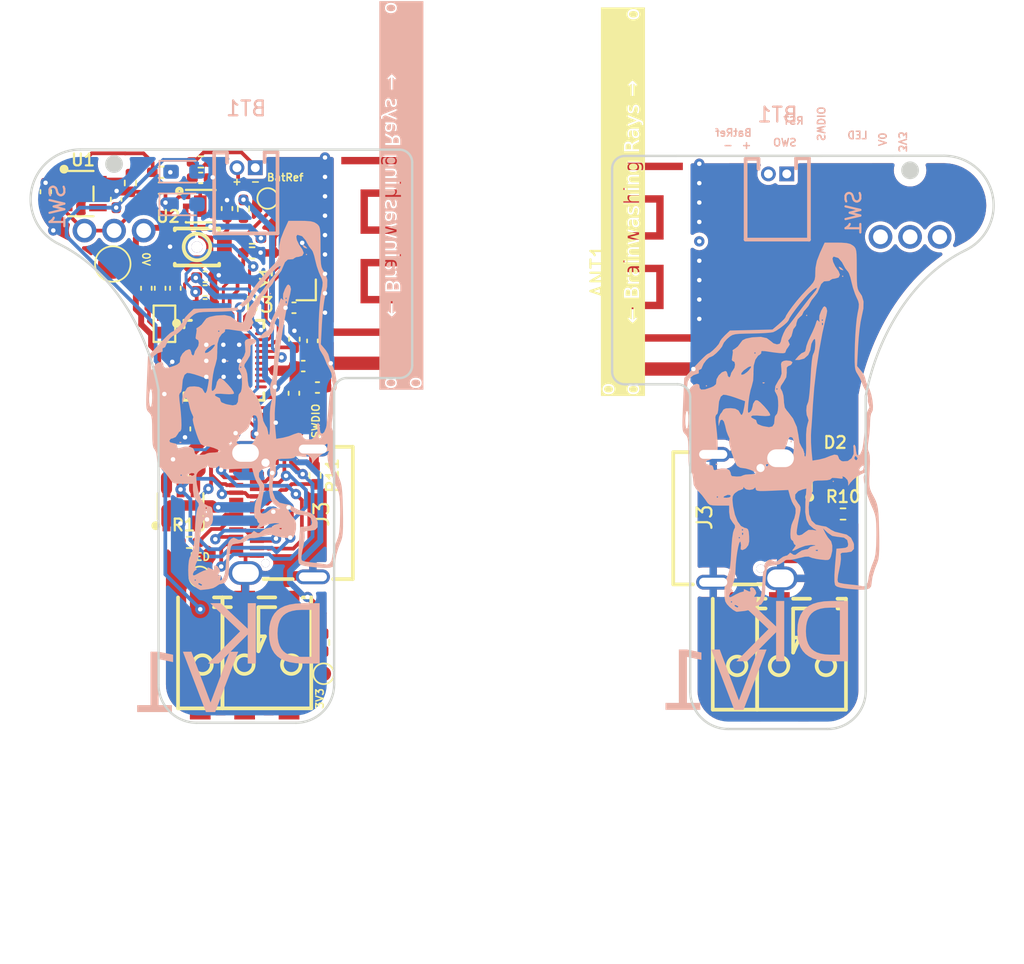
<source format=kicad_pcb>
(kicad_pcb (version 20221018) (generator pcbnew)
  (title_block (title "BLEEarrings (Blade Runner)") (date "2023-10-30") (rev "00.00") (company "Kitty and Dom"))
  (layers (0 "F.Cu" signal) (31 "B.Cu" signal) (34 "B.Paste" user) (35 "F.Paste" user) (36 "B.SilkS" user "B.Silkscreen") (37 "F.SilkS" user "F.Silkscreen") (38 "B.Mask" user) (39 "F.Mask" user) (44 "Edge.Cuts" user))
  (net 0 "")
  (net 1 "GND")
  (net 2 "+3V3")
  (net 3 "Net-(D4-K)")
  (net 4 "LED_A")
  (net 5 "NEO_LED")
  (net 6 "BatRef")
  (net 7 "+BATT")
  (net 8 "Net-(ANT1-FP)")
  (net 9 "/Power/VBAT")
  (net 10 "Net-(BT1--)")
  (net 11 "Net-(J2-Pin_1)")
  (net 12 "Net-(U3-DEC1)")
  (net 13 "Net-(U3-XC1)")
  (net 14 "Net-(C5-Pad1)")
  (net 15 "DEC6")
  (net 16 "Net-(U3-ANT)")
  (net 17 "Net-(U3-DECUSB)")
  (net 18 "/DSP/VBUS")
  (net 19 "Net-(U3-DEC3)")
  (net 20 "Pair")
  (net 21 "Net-(U3-P0.01_XL2)")
  (net 22 "Net-(U3-P0.00_XL1)")
  (net 23 "Net-(BT1-+)")
  (net 24 "Net-(D1-K)")
  (net 25 "Net-(U3-XC2)")
  (net 26 "D+")
  (net 27 "D-")
  (net 29 "/DSP/nReset")
  (net 31 "Net-(U1-STAT)")
  (net 32 "Net-(U1-PROG)")
  (net 45 "SWO_L")
  (net 46 "unconnected-(U3-P0.17-Pad15)")
  (net 48 "Net-(D2-I{slash}O1-Pad1)")
  (net 49 "Net-(D2-I{slash}O2-Pad3)")
  (net 50 "SWDIO_L")
  (net 51 "SWDCLK_L")
  (net 52 "Net-(U3-P0.18_nRESET)")
  (net 53 "Net-(U3-P0.20)")
  (net 54 "Net-(U3-SWDCLK)")
  (net 55 "Net-(U3-SWDIO)")
  (net 56 "Net-(J3-CC1)")
  (net 57 "Net-(J3-CC2)")
  (footprint "Resistor_SMD:R_0201_0603Metric" (layer "F.Cu") (at 142.75 60.19 90)
    (fp_text reference "R5" hide)
    (fp_text value "NF")
  )
  (footprint "easyeda2kicad:WDFN-6_L2.0-W2.0-P0.65-BL-EP" (layer "F.Cu") (at 141.08 45.88 -90)
    (fp_text reference "U2")
    (fp_text value "XB6096I2SV")
  )
  (footprint "easyeda2kicad:TYPE-C-SMD_C9900025773" (layer "F.Cu") (at 146.1 66.62 90)
    (fp_text reference "J3")
    (fp_text value "USB_C_Receptacle")
  )
  (footprint "easyeda2kicad:CONN-SMD_2059-302" (layer "F.Cu") (at 145.58 76.23 -90)
    (fp_text reference "J2" hide)
    (fp_text value "Screw_Terminal_01x02")
  )
  (footprint "Resistor_SMD:R_0402_1005Metric_Pad0.72x0.64mm_HandSolder" (layer "F.Cu") (at 136.36 44.3125 -90)
    (fp_text reference "R4" hide)
    (fp_text value "4k99")
  )
  (footprint "easyeda2kicad:SOT-23-6_L2.9-W1.6-P0.95-LS2.8-BL" (layer "F.Cu") (at 139.75 66.18)
    (fp_text reference "D2")
    (fp_text value "USBLC6-2SC6_C2687116")
  )
  (footprint "Resistor_SMD:R_0402_1005Metric_Pad0.72x0.64mm_HandSolder" (layer "F.Cu") (at 149.42 75.3825 90)
    (fp_text reference "R9" hide)
    (fp_text value "470")
  )
  (footprint "Capacitor_SMD:C_0402_1005Metric_Pad0.74x0.62mm_HandSolder" (layer "F.Cu") (at 141.1125 43.97)
    (fp_text reference "C18" hide)
    (fp_text value "100n")
  )
  (footprint "easyeda2kicad:SOT-23-6_L2.9-W1.6-P0.95-LS2.8-BL" (layer "F.Cu") (at 183.93 64.26)
    (fp_text reference "D2")
    (fp_text value "USBLC6-2SC6_C2687116")
  )
  (footprint "easyeda2kicad:CRYSTAL-SMD_L1.6-W1.0" (layer "F.Cu") (at 138.66 53.83 90)
    (fp_text reference "Y2" hide)
    (fp_text value " X161032768KLD2SI")
  )
  (footprint "Resistor_SMD:R_0402_1005Metric_Pad0.72x0.64mm_HandSolder" (layer "F.Cu") (at 141.1225 42.89)
    (fp_text reference "R3" hide)
    (fp_text value "100")
  )
  (footprint "RF_Antenna:Texas_SWRA117D_2.4GHz_Left" (layer "F.Cu") (at 149.9 54.4 -90)
    (fp_text reference "ANT1" hide)
    (fp_text value "~")
  )
  (footprint "Resistor_SMD:R_0402_1005Metric_Pad0.72x0.64mm_HandSolder" (layer "F.Cu") (at 184.5125 66.69)
    (fp_text reference "R10")
    (fp_text value "5k1")
  )
  (footprint "Capacitor_SMD:C_0402_1005Metric_Pad0.74x0.62mm_HandSolder" (layer "F.Cu") (at 141.4075 51.59)
    (fp_text reference "C17" hide)
    (fp_text value "NC")
  )
  (footprint "easyeda2kicad:CONN-SMD_custom1" (layer "F.Cu") (at 175.71 76.32 -90)
    (fp_text reference "J1" hide)
    (fp_text value "Screw_Terminal_01x01")
  )
  (footprint "TestPoint:TestPoint_Pad_D1.0mm" (layer "F.Cu") (at 145.64 45.36)
    (fp_text reference "TP9" hide)
    (fp_text value "TestPoint")
  )
  (footprint "easyeda2kicad:QFN-40_L5.0-W5.0-P0.40-TL-EP3.6" (layer "F.Cu") (at 142.680167 56.3)
    (fp_text reference "U3")
    (fp_text value "NRF52833-QDAA-R7")
  )
  (footprint "Capacitor_SMD:C_0402_1005Metric_Pad0.74x0.62mm_HandSolder" (layer "F.Cu") (at 139.4 51.43 -90)
    (fp_text reference "C2" hide)
    (fp_text value "100n")
  )
  (footprint "Capacitor_SMD:C_0402_1005Metric_Pad0.74x0.62mm_HandSolder" (layer "F.Cu") (at 141.4075 50.66 180)
    (fp_text reference "C1" hide)
    (fp_text value "1u")
  )
  (footprint "Capacitor_SMD:C_0402_1005Metric_Pad0.74x0.62mm_HandSolder" (layer "F.Cu") (at 140.05 60.94 90)
    (fp_text reference "C9" hide)
    (fp_text value "4.7u")
  )
  (footprint "Capacitor_SMD:C_0402_1005Metric_Pad0.74x0.62mm_HandSolder" (layer "F.Cu") (at 147.44 54.8725 90)
    (fp_text reference "C11" hide)
    (fp_text value "100p")
  )
  (footprint "Capacitor_SMD:C_0402_1005Metric_Pad0.74x0.62mm_HandSolder" (layer "F.Cu") (at 149 58.14)
    (fp_text reference "C5" hide)
    (fp_text value "1.2p")
  )
  (footprint "Resistor_SMD:R_0402_1005Metric_Pad0.72x0.64mm_HandSolder" (layer "F.Cu") (at 138.4375 44.66)
    (fp_text reference "R12" hide)
    (fp_text value "220")
  )
  (footprint "TestPoint:TestPoint_Pad_D1.0mm" (layer "F.Cu") (at 149.42 77.49)
    (fp_text reference "TP11" hide)
    (fp_text value "TestPoint")
  )
  (footprint "easyeda2kicad:CRYSTAL-SMD_4P-L2.0-W1.6-BL" (layer "F.Cu") (at 147.44 50.59 90)
    (fp_text reference "Y1")
    (fp_text value "XL7EL89CKI-111YLC-32M ")
  )
  (footprint "Capacitor_SMD:C_0402_1005Metric_Pad0.74x0.62mm_HandSolder" (layer "F.Cu") (at 147.4025 48.36 180)
    (fp_text reference "C4" hide)
    (fp_text value "12p")
  )
  (footprint "easyeda2kicad:KEY-SMD_L3.0-W2.5-LS4.0" (layer "F.Cu") (at 140.86 48.64 180)
    (fp_text reference "SW2" hide)
    (fp_text value "SW_DIP_x01")
  )
  (footprint "Resistor_SMD:R_0201_0603Metric" (layer "F.Cu") (at 143.5 60.65 -90)
    (fp_text reference "R6" hide)
    (fp_text value "NF")
  )
  (footprint "Capacitor_SMD:C_0402_1005Metric_Pad0.74x0.62mm_HandSolder" (layer "F.Cu") (at 147.4125 52.75)
    (fp_text reference "C3" hide)
    (fp_text value "12p")
  )
  (footprint "Capacitor_SMD:C_0402_1005Metric_Pad0.74x0.62mm_HandSolder" (layer "F.Cu") (at 139.11 60.2 90)
    (fp_text reference "C10" hide)
    (fp_text value "4.7u")
  )
  (footprint "Capacitor_SMD:C_0402_1005Metric_Pad0.74x0.62mm_HandSolder" (layer "F.Cu") (at 145.4225 61.32)
    (fp_text reference "C6" hide)
    (fp_text value "100n")
  )
  (footprint "Capacitor_SMD:C_0402_1005Metric_Pad0.74x0.62mm_HandSolder" (layer "F.Cu") (at 141.4075 52.52)
    (fp_text reference "C7" hide)
    (fp_text value "1u")
  )
  (footprint "easyeda2kicad:CONN-SMD_2059-302" (layer "F.Cu") (at 181.71 76.32 -90)
    (fp_text reference "J2" hide)
    (fp_text value "Screw_Terminal_01x02")
  )
  (footprint "Capacitor_SMD:C_0402_1005Metric_Pad0.74x0.62mm_HandSolder" (layer "F.Cu") (at 130.64 44.905 90)
    (fp_text reference "C13" hide)
    (fp_text value "10u")
  )
  (footprint "Resistor_SMD:R_0402_1005Metric_Pad0.72x0.64mm_HandSolder" (layer "F.Cu") (at 144.5825 49.04 180)
    (fp_text reference "R14" hide)
    (fp_text value "33k")
  )
  (footprint "Capacitor_SMD:C_0402_1005Metric_Pad0.74x0.62mm_HandSolder" (layer "F.Cu") (at 138.37 51.43 -90)
    (fp_text reference "C16" hide)
    (fp_text value "8p")
  )
  (footprint "Capacitor_SMD:C_0402_1005Metric_Pad0.74x0.62mm_HandSolder" (layer "F.Cu") (at 142.89 46.04 -90)
    (fp_text reference "C14" hide)
    (fp_text value "100n")
  )
  (footprint "Inductor_SMD:L_0402_1005Metric_Pad0.77x0.64mm_HandSolder" (layer "F.Cu") (at 148.04 56.69)
    (fp_text reference "L1" hide)
    (fp_text value "4.7n")
  )
  (footprint "Resistor_SMD:R_0201_0603Metric" (layer "F.Cu") (at 148.05 60.48 -90)
    (fp_text reference "R7" hide)
    (fp_text value "NF")
  )
  (footprint "Capacitor_SMD:C_0402_1005Metric_Pad0.74x0.62mm_HandSolder" (layer "F.Cu") (at 137.44 51.43 -90)
    (fp_text reference "C15" hide)
    (fp_text value "8p")
  )
  (footprint "Capacitor_SMD:C_0402_1005Metric_Pad0.74x0.62mm_HandSolder" (layer "F.Cu") (at 139.19 56.97 -90)
    (fp_text reference "C12" hide)
    (fp_text value "4.7u")
  )
  (footprint "Resistor_SMD:R_0402_1005Metric_Pad0.72x0.64mm_HandSolder" (layer "F.Cu") (at 148.84 64.0875 -90)
    (fp_text reference "R11")
    (fp_text value "5k1")
  )
  (footprint "TestPoint:TestPoint_Pad_D2.0mm" (layer "F.Cu") (at 135.17 49.79)
    (fp_text reference "TP16" hide)
    (fp_text value "TestPoint")
  )
  (footprint "RF_Antenna:Texas_SWRA117D_2.4GHz_Right" (layer "F.Cu") (at 174.4 54.79 90)
    (fp_text reference "ANT1")
    (fp_text value "~")
  )
  (footprint "Resistor_SMD:R_0402_1005Metric_Pad0.72x0.64mm_HandSolder" (layer "F.Cu") (at 138.4375 43.59 180)
    (fp_text reference "R1" hide)
    (fp_text value "2k")
  )
  (footprint "easyeda2kicad:TYPE-C-SMD_C9900025773" (layer "F.Cu") (at 178.33 66.98 -90)
    (fp_text reference "J3")
    (fp_text value "USB_C_Receptacle")
  )
  (footprint "Inductor_SMD:L_0402_1005Metric_Pad0.77x0.64mm_HandSolder" (layer "F.Cu") (at 148.66 54.9875 90)
    (fp_text reference "L2" hide)
    (fp_text value "2.2n")
  )
  (footprint "easyeda2kicad:SOT-23-5_L3.0-W1.7-P0.95-LS2.8-BL" (layer "F.Cu") (at 133.0175 45.03 -90)
    (fp_text reference "U1")
    (fp_text value "MCP73831T-2ACI/OT")
  )
  (footprint "Resistor_SMD:R_0201_0603Metric" (layer "F.Cu") (at 146.95 60.74 90)
    (fp_text reference "R8" hide)
    (fp_text value "NF")
  )
  (footprint "easyeda2kicad:CONN-SMD_custom1" (layer "F.Cu") (at 139.58 76.23 -90)
    (fp_text reference "J1" hide)
    (fp_text value "Screw_Terminal_01x01")
  )
  (footprint "Capacitor_SMD:C_0402_1005Metric_Pad0.74x0.62mm_HandSolder" (layer "F.Cu") (at 147.41 58.53 -90)
    (fp_text reference "C8" hide)
    (fp_text value "1p")
  )
  (footprint "Capacitor_SMD:C_0402_1005Metric_Pad0.74x0.62mm_HandSolder" (layer "F.Cu") (at 135.4 45.4125 90)
    (fp_text reference "C19" hide)
    (fp_text value "10u")
  )
  (footprint "Resistor_SMD:R_0402_1005Metric_Pad0.72x0.64mm_HandSolder" (layer "F.Cu") (at 140.3325 68.61)
    (fp_text reference "R10")
    (fp_text value "5k1")
  )
  (footprint "Resistor_SMD:R_0402_1005Metric_Pad0.72x0.64mm_HandSolder" (layer "F.Cu") (at 144 46.06 90)
    (fp_text reference "R2" hide)
    (fp_text value "2k")
  )
  (footprint "Resistor_SMD:R_0402_1005Metric_Pad0.72x0.64mm_HandSolder" (layer "F.Cu") (at 144.5825 48.04)
    (fp_text reference "R13" hide)
    (fp_text value "100k")
  )
  (footprint "TestPoint:TestPoint_Pad_D1.0mm" (layer "F.Cu") (at 141.05 70.94)
    (fp_text reference "TP10" hide)
    (fp_text value "TestPoint")
  )
  (footprint "LED_SMD:LED_0603_1608Metric_Pad1.05x0.95mm_HandSolder" (layer "B.Cu") (at 139.985 43.55)
    (fp_text reference "D1" hide)
    (fp_text value "RED LED")
  )
  (footprint "CustomPads:OT2" (layer "B.Cu") (at 180.52 60.62 180)
    (fp_text reference "G***" hide)
    (fp_text value "LOGO" hide)
  )
  (footprint "LED_SMD:LED_0603_1608Metric_Pad1.05x0.95mm_HandSolder" (layer "B.Cu") (at 139.985 45.76)
    (fp_text reference "D4" hide)
    (fp_text value "BLUE LED")
  )
  (footprint "easyeda2kicad:SW-TH_TK-6580B-1" (layer "B.Cu") (at 189.042263 47.955267)
    (fp_text reference "SW1")
    (fp_text value "TK-6580B-1")
    (fp_circle (center 0 -4.5) (end 0.6 -4.5) (fill solid) (layer "Edge.Cuts"))
  )
  (footprint "CustomPads:OT2" (layer "B.Cu") (at 144.288151 59.147229 180)
    (fp_text reference "G***" hide)
    (fp_text value "LOGO" hide)
  )
  (footprint "easyeda2kicad:CONN-TH_530480210" (layer "B.Cu") (at 180.09 43.7 180)
    (fp_text reference "BT1")
    (fp_text value "Battery")
  )
  (footprint "easyeda2kicad:SW-TH_TK-6580B-1" (layer "B.Cu") (at 135.2575 47.5325)
    (fp_text reference "SW1")
    (fp_text value "TK-6580B-1")
    (fp_circle (center 0 -4.5) (end 0.6 -4.5) (fill solid) (layer "Edge.Cuts"))
  )
  (footprint "easyeda2kicad:CONN-TH_530480210" (layer "B.Cu") (at 144.18 43.28 180)
    (fp_text reference "BT1")
    (fp_text value "Battery")
  )
  (gr_arc (start 168.909064 43.342999) (mid 169.161027 42.734729) (end 169.769297 42.482766) (stroke (width 0.16)) (layer "Edge.Cuts"))
  (gr_line (start 168.909064 43.342999) (end 168.909064 57.062534) (stroke (width 0.16)) (layer "Edge.Cuts"))
  (gr_line (start 132.984534 42.050001) (end 154.54 42.059999) (stroke (width 0.16)) (layer "Edge.Cuts"))
  (gr_curve (pts (xy 138.26253 58.3) (xy 137.6 54.67) (xy 135.4 50.34) (xy 131.560357 48.453075)) (stroke (width 0.16)) (layer "Edge.Cuts"))
  (gr_arc (start 131.560357 48.453075) (mid 129.701142 44.679627) (end 132.984534 42.050001) (stroke (width 0.16)) (layer "Edge.Cuts"))
  (gr_arc (start 191.324763 42.472768) (mid 194.608157 45.102393) (end 192.74894 48.875842) (stroke (width 0.16)) (layer "Edge.Cuts"))
  (gr_arc (start 154.54 42.059999) (mid 155.148277 42.311955) (end 155.400233 42.920232) (stroke (width 0.16)) (layer "Edge.Cuts"))
  (gr_arc (start 186.046767 78.647279) (mid 185.29204 80.470282) (end 183.469297 81.225637) (stroke (width 0.16)) (layer "Edge.Cuts"))
  (gr_arc (start 173.324064 57.920811) (mid 173.932322 58.172786) (end 174.184297 58.781044) (stroke (width 0.16)) (layer "Edge.Cuts"))
  (gr_line (start 176.762655 81.225637) (end 183.469297 81.225637) (stroke (width 0.16)) (layer "Edge.Cuts"))
  (gr_line (start 174.184297 78.648167) (end 174.184297 58.781044) (stroke (width 0.16)) (layer "Edge.Cuts"))
  (gr_arc (start 176.762655 81.225637) (mid 174.939645 80.470916) (end 174.184297 78.648167) (stroke (width 0.16)) (layer "Edge.Cuts"))
  (gr_arc (start 155.400233 56.639767) (mid 155.148277 57.248044) (end 154.54 57.5) (stroke (width 0.16)) (layer "Edge.Cuts"))
  (gr_line (start 140.84 80.80287) (end 147.546642 80.80287) (stroke (width 0.16)) (layer "Edge.Cuts"))
  (gr_line (start 173.324064 57.920811) (end 169.769297 57.922767) (stroke (width 0.16)) (layer "Edge.Cuts"))
  (gr_curve (pts (xy 186.046767 58.722767) (xy 186.709297 55.092767) (xy 188.909297 50.762767) (xy 192.74894 48.875842)) (stroke (width 0.16)) (layer "Edge.Cuts"))
  (gr_arc (start 140.84 80.80287) (mid 139.01727 80.047503) (end 138.26253 78.224512) (stroke (width 0.16)) (layer "Edge.Cuts"))
  (gr_line (start 150.125 58.358277) (end 150.125 78.2254) (stroke (width 0.16)) (layer "Edge.Cuts"))
  (gr_line (start 138.26253 58.3) (end 138.26253 78.224512) (stroke (width 0.16)) (layer "Edge.Cuts"))
  (gr_arc (start 150.125 78.2254) (mid 149.369633 80.04813) (end 147.546642 80.80287) (stroke (width 0.16)) (layer "Edge.Cuts"))
  (gr_arc (start 150.125 58.358277) (mid 150.376956 57.750001) (end 150.985233 57.498044) (stroke (width 0.16)) (layer "Edge.Cuts"))
  (gr_line (start 154.54 57.5) (end 150.985233 57.498044) (stroke (width 0.16)) (layer "Edge.Cuts"))
  (gr_line (start 186.046767 78.647279) (end 186.046767 58.722767) (stroke (width 0.16)) (layer "Edge.Cuts"))
  (gr_line (start 169.769297 42.482766) (end 191.324763 42.472768) (stroke (width 0.16)) (layer "Edge.Cuts"))
  (gr_line (start 155.400233 56.639767) (end 155.400233 42.920232) (stroke (width 0.16)) (layer "Edge.Cuts"))
  (gr_arc (start 169.769297 57.922767) (mid 169.161004 57.670827) (end 168.909064 57.062534) (stroke (width 0.16)) (layer "Edge.Cuts"))
  (gr_text "SWDIO" (at 183.01 40.31 -90) (layer "B.SilkS") (effects (font (size 0.5 0.5) (thickness 0.1) bold) (justify mirror)))
  (gr_text "-" (at 176.74 41.75) (layer "B.SilkS") (effects (font (size 0.5 0.5) (thickness 0.1) bold) (justify mirror)))
  (gr_text "RST" (at 181.17 40.11) (layer "B.SilkS") (effects (font (size 0.5 0.5) (thickness 0.1) bold) (justify mirror)))
  (gr_text "0V" (at 187.2 41.36 -270) (layer "B.SilkS") (effects (font (size 0.5 0.5) (thickness 0.1) bold) (justify mirror)))
  (gr_text "LED" (at 185.49 41.09) (layer "B.SilkS") (effects (font (size 0.5 0.5) (thickness 0.1) bold) (justify mirror)))
  (gr_text "BatRef" (at 177.11 40.92) (layer "B.SilkS") (effects (font (size 0.5 0.5) (thickness 0.1) bold) (justify mirror)))
  (gr_text "3V3" (at 188.52 41.53 -90) (layer "B.SilkS") (effects (font (size 0.5 0.5) (thickness 0.1) bold) (justify mirror)))
  (gr_text "DK" (at 149.7 77.48) (layer "B.SilkS") (effects (font (size 4 4)) (justify left bottom mirror)))
  (gr_text "DK" (at 185.4 77.33) (layer "B.SilkS") (effects (font (size 4 4)) (justify left bottom mirror)))
  (gr_text "SWO" (at 180.58 41.58) (layer "B.SilkS") (effects (font (size 0.5 0.5) (thickness 0.1) bold) (justify mirror)))
  (gr_text "+" (at 177.99 41.75) (layer "B.SilkS") (effects (font (size 0.5 0.5) (thickness 0.1) bold) (justify mirror)))
  (gr_text "V1" (at 179.39 80.61) (layer "B.SilkS") (effects (font (size 4 4)) (justify left bottom mirror)))
  (gr_text "V1" (at 143.69 80.76) (layer "B.SilkS") (effects (font (size 4 4)) (justify left bottom mirror)))
  (gr_text "o     \no         ← Brainwashing Rays →         o" (at 153.41 58.254249 -90) (layer "B.SilkS" knockout) (effects (font (size 1 1)) (justify left bottom mirror)))
  (gr_text "LED" (at 141.05 69.59) (layer "F.SilkS") (effects (font (size 0.5 0.5) (thickness 0.1) bold)))
  (gr_text "o     \no         ← Brainwashing Rays →         o" (at 170.899297 58.677016 90) (layer "F.SilkS" knockout) (effects (font (size 1 1)) (justify left bottom)))
  (gr_text "BatRef" (at 146.82 43.94) (layer "F.SilkS") (effects (font (size 0.5 0.5) (thickness 0.1) bold)))
  (gr_text "3V3" (at 149.16 79.17 90) (layer "F.SilkS") (effects (font (size 0.5 0.5) (thickness 0.1) bold)))
  (gr_text "0V" (at 137.42 49.46 270) (layer "F.SilkS") (effects (font (size 0.5 0.5) (thickness 0.1) bold)))
  (gr_text "SWDIO" (at 148.89 60.4 90) (layer "F.SilkS") (effects (font (size 0.5 0.5) (thickness 0.1) bold)))
  (gr_text "+" (at 143.56 44.21) (layer "F.SilkS") (effects (font (size 0.5 0.5) (thickness 0.1) bold)))
  (gr_text "SWO" (at 142.27 61.32) (layer "F.SilkS") (effects (font (size 0.5 0.5) (thickness 0.1) bold)))
  (gr_text "RST" (at 141.68 59.85) (layer "F.SilkS") (effects (font (size 0.5 0.5) (thickness 0.1) bold)))
  (gr_text "-" (at 144.81 44.21) (layer "F.SilkS") (effects (font (size 0.5 0.5) (thickness 0.1) bold)))
  (segment (start 142.331784 50.55229) (end 142.332973 50.55229) (width 0.2) (layer "F.Cu") (net 1))
  (segment (start 146.8475 52.69) (end 146.8475 52.74751) (width 0.25) (layer "F.Cu") (net 1))
  (segment (start 139.75 67.33) (end 139.739967 67.33) (width 0.25) (layer "F.Cu") (net 1))
  (segment (start 144.66 63.74) (end 144.91 63.99) (width 0.25) (layer "F.Cu") (net 1))
  (segment (start 144.14 70.68) (end 148.43 70.68) (width 0.25) (layer "F.Cu") (net 1))
  (segment (start 142.35 45.4725) (end 142.889968 45.4725) (width 0.25) (layer "F.Cu") (net 1))
  (segment (start 144.12 69.5) (end 144.91 69.5) (width 0.25) (layer "F.Cu") (net 1))
  (segment (start 130.64 44.31) (end 130.63 44.3) (width 0.25) (layer "F.Cu") (net 1))
  (segment (start 142.1125 46.535) (end 142.1125 45.885) (width 0.25) (layer "F.Cu") (net 1))
  (segment (start 142.080167 55.7) (end 142.680167 56.3) (width 0.2) (layer "F.Cu") (net 1))
  (segment (start 139.01 48.64) (end 139.02 48.64) (width 0.25) (layer "F.Cu") (net 1))
  (segment (start 142.331784 50.55229) (end 142.080167 50.803907) (width 0.2) (layer "F.Cu") (net 1))
  (segment (start 149.5675 58.14) (end 149.5675 56.6825) (width 0.7) (layer "F.Cu") (net 1))
  (segment (start 144.12 69.5) (end 144.14 69.52) (width 0.25) (layer "F.Cu") (net 1))
  (segment (start 145.16 49.04) (end 145.16 49.02) (width 0.25) (layer "F.Cu") (net 1))
  (segment (start 139.735 68.61) (end 139.735 67.345) (width 0.25) (layer "F.Cu") (net 1))
  (segment (start 145.943496 61.256486) (end 145.943496 62.156504) (width 0.25) (layer "F.Cu") (net 1))
  (segment (start 139.11 60.7675) (end 139.310039 60.7675) (width 0.25) (layer "F.Cu") (net 1))
  (segment (start 142.6475 45.23) (end 142.89 45.4725) (width 0.25) (layer "F.Cu") (net 1))
  (segment (start 137.59 44.91) (end 137.84 44.66) (width 0.25) (layer "F.Cu") (net 1))
  (segment (start 139.19 56.4025) (end 139.19 56.40253) (width 0.25) (layer "F.Cu") (net 1))
  (segment (start 144.14 69.52) (end 144.14 70.68) (width 0.25) (layer "F.Cu") (net 1))
  (segment (start 142.080167 50.803907) (end 142.080167 53.8) (width 0.2) (layer "F.Cu") (net 1))
  (segment (start 145.943496 62.156504) (end 145.54 62.56) (width 0.25) (layer "F.Cu") (net 1))
  (segment (start 148.01 49.69) (end 148.01 48.399966) (width 0.25) (layer "F.Cu") (net 1))
  (segment (start 139.739967 67.33) (end 139.739947 67.32998) (width 0.25) (layer "F.Cu") (net 1))
  (segment (start 146.8475 52.74751) (end 146.84501 52.75) (width 0.25) (layer "F.Cu") (net 1))
  (segment (start 142.309494 50.53) (end 142.331784 50.55229) (width 0.2) (layer "F.Cu") (net 1))
  (segment (start 142.331784 50.55229) (end 141.119494 49.34) (width 0.25) (layer "F.Cu") (net 1))
  (segment (start 139.735 67.345) (end 139.75 67.33) (width 0.25) (layer "F.Cu") (net 1))
  (segment (start 144.53 63.74) (end 144.66 63.74) (width 0.25) (layer "F.Cu") (net 1))
  (segment (start 130.64 44.3375) (end 130.64 44.31) (width 0.25) (layer "F.Cu") (net 1))
  (segment (start 143.51 63.74) (end 144.53 63.74) (width 0.25) (layer "F.Cu") (net 1))
  (segment (start 147.935 48.45) (end 147.935 48.394966) (width 0.2) (layer "F.Cu") (net 1))
  (segment (start 148.89 62.5) (end 148.69 62.3) (width 0.25) (layer "F.Cu") (net 1))
  (segment (start 148.89 63.585) (end 148.89 62.5) (width 0.25) (layer "F.Cu") (net 1))
  (segment (start 146.89 51.29) (end 146.89 52.70501) (width 0.25) (layer "F.Cu") (net 1))
  (segment (start 135.4 44.845) (end 135.425 44.845) (width 0.25) (layer "F.Cu") (net 1))
  (segment (start 142.332973 50.55229) (end 142.397892 50.617209) (width 0.2) (layer "F.Cu") (net 1))
  (segment (start 135.425 44.845) (end 135.43 44.85) (width 0.25) (layer "F.Cu") (net 1))
  (segment (start 139.11247 56.40253) (end 139.19 56.40253) (width 0.25) (layer "F.Cu") (net 1))
  (segment (start 148.43 70.68) (end 148.69 70.94) (width 0.25) (layer "F.Cu") (net 1))
  (segment (start 138.99 56.525) (end 139.11247 56.40253) (width 0.25) (layer "F.Cu") (net 1))
  (segment (start 142.204982 50.53) (end 142.309494 50.53) (width 0.2) (layer "F.Cu") (net 1))
  (segment (start 139.310039 60.7675) (end 140.050013 61.507474) (width 0.25) (layer "F.Cu") (net 1))
  (segment (start 142.1125 45.235) (end 142.35 45.4725) (width 0.25) (layer "F.Cu") (net 1))
  (segment (start 142 45.23) (end 142.6475 45.23) (width 0.25) (layer "F.Cu") (net 1))
  (segment (start 143.51 63.74) (end 143.51 63.19) (width 0.25) (layer "F.Cu") (net 1))
  (segment (start 141.119494 49.34) (end 139.76 49.34) (width 0.25) (layer "F.Cu") (net 1))
  (segment (start 144.53 62.95) (end 144.53 63.74) (width 0.25) (layer "F.Cu") (net 1))
  (segment (start 143.77 69.5) (end 144.12 69.5) (width 0.25) (layer "F.Cu") (net 1))
  (segment (start 139.76 49.34) (end 139.04 48.62) (width 0.25) (layer "F.Cu") (net 1))
  (segment (start 142.080167 53.8) (end 142.080167 55.7) (width 0.2) (layer "F.Cu") (net 1))
  (segment (start 143.51 63.19) (end 144.14 62.56) (width 0.25) (layer "F.Cu") (net 1))
  (segment (start 149.5675 56.6825) (end 149.75 56.5) (width 0.7) (layer "F.Cu") (net 1))
  (segment (start 148.01 48.399966) (end 147.97 48.359966) (width 0.25) (layer "F.Cu") (net 1))
  (segment (start 144.14 62.56) (end 144.53 62.95) (width 0.25) (layer "F.Cu") (net 1))
  (segment (start 145.54 62.56) (end 144.14 62.56) (width 0.25) (layer "F.Cu") (net 1))
  (segment (start 147.935 48.394966) (end 147.97 48.359966) (width 0.2) (layer "F.Cu") (net 1))
  (segment (start 143.51 69.24) (end 143.77 69.5) (width 0.25) (layer "F.Cu") (net 1))
  (segment (start 136.36 44.91) (end 137.59 44.91) (width 0.25) (layer "F.Cu") (net 1))
  (segment (start 139.02 48.64) (end 139.04 48.62) (width 0.25) (layer "F.Cu") (net 1))
  (segment (start 146.89 52.70501) (end 146.84501 52.75) (width 0.25) (layer "F.Cu") (net 1))
  (via (at 130.63 44.3) (size 0.7) (drill 0.3) (layers "F.Cu" "B.Cu") (net 1))
  (via (at 174.799297 53.502767) (size 0.7) (drill 0.3) (layers "F.Cu" "B.Cu") (net 1))
  (via (at 131.15 47.52) (size 0.7) (drill 0.3) (layers "F.Cu" "B.Cu") (net 1))
  (via (at 146.183033 60.517629) (size 0.7) (drill 0.3) (layers "F.Cu" "B.Cu") (net 1))
  (via (at 174.799297 49.569017) (size 0.7) (drill 0.3) (layers "F.Cu" "B.Cu") (net 1))
  (via (at 146.84501 52.75) (size 0.7) (drill 0.3) (layers "F.Cu" "B.Cu") (net 1))
  (via (at 149.51 42.59) (size 0.7) (drill 0.3) (layers "F.Cu" "B.Cu") (net 1))
  (via (at 139.19 56.40253) (size 0.7) (drill 0.3) (layers "F.Cu" "B.Cu") (net 1))
  (via (at 147.97 48.359966) (size 0.7) (drill 0.3) (layers "F.Cu" "B.Cu") (net 1))
  (via (at 149.51 45.2125) (size 0.7) (drill 0.3) (layers "F.Cu" "B.Cu") (net 1))
  (via (at 149.51 43.90125) (size 0.7) (drill 0.3) (layers "F.Cu" "B.Cu") (net 1))
  (via (at 149.51 53.08) (size 0.7) (drill 0.3) (layers "F.Cu" "B.Cu") (net 1))
  (via (at 141.489906 57.42) (size 0.7) (drill 0.3) (layers "F.Cu" "B.Cu") (net 1))
  (via (at 174.799297 50.880267) (size 0.7) (drill 0.3) (layers "F.Cu" "B.Cu") (net 1))
  (via (at 174.799297 45.635267) (size 0.7) (drill 0.3) (layers "F.Cu" "B.Cu") (net 1))
  (via (at 139.739947 67.32998) (size 0.7) (drill 0.3) (layers "F.Cu" "B.Cu") (net 1))
  (via (at 135.43 44.85) (size 0.7) (drill 0.3) (layers "F.Cu" "B.Cu") (net 1))
  (via (at 174.799297 44.324017) (size 0.7) (drill 0.3) (layers "F.Cu" "B.Cu") (net 1))
  (via (at 143.71 56.335) (size 0.7) (drill 0.3) (layers "F.Cu" "B.Cu") (net 1))
  (via (at 174.799297 43.012767) (size 0.7) (drill 0.3) (layers "F.Cu" "B.Cu") (net 1))
  (via (at 142.66 57.42) (size 0.7) (drill 0.3) (layers "F.Cu" "B.Cu") (net 1))
  (via (at 143.71 55.25) (size 0.7) (drill 0.3) (layers "F.Cu" "B.Cu") (net 1))
  (via (at 174.799297 52.191517) (size 0.7) (drill 0.3) (layers "F.Cu" "B.Cu") (net 1))
  (via (at 140.050013 61.507474) (size 0.7) (drill 0.3) (layers "F.Cu" "B.Cu") (net 1))
  (via (at 149.51 46.52375) (size 0.7) (drill 0.3) (layers "F.Cu" "B.Cu") (net 1))
  (via (at 149.51 50.4575) (size 0.7) (drill 0.3) (layers "F.Cu" "B.Cu") (net 1))
  (via (at 143.71 57.42) (size 0.7) (drill 0.3) (layers "F.Cu" "B.Cu") (net 1))
  (via (at 142.331784 50.55229) (size 0.7) (drill 0.3) (layers "F.Cu" "B.Cu") (net 1))
  (via (at 145.16 49.02) (size 0.7) (drill 0.3) (layers "F.Cu" "B.Cu") (net 1))
  (via (at 141.489906 56.335) (size 0.7) (drill 0.3) (layers "F.Cu" "B.Cu") (net 1))
  (via (at 174.799297 46.946517) (size 0.7) (drill 0.3) (layers "F.Cu" "B.Cu") (net 1))
  (via (at 141.489906 55.25) (size 0.7) (drill 0.3) (layers "F.Cu" "B.Cu") (net 1))
  (via (at 149.51 51.76875) (size 0.7) (drill 0.3) (layers "F.Cu" "B.Cu") (net 1))
  (via (at 149.51 47.835) (size 0.7) (drill 0.3) (layers "F.Cu" "B.Cu") (net 1))
  (via (at 147.439998 54.305001) (size 0.7) (drill 0.3) (layers "F.Cu" "B.Cu") (net 1))
  (via (at 142.64 55.25) (size 0.7) (drill 0.3) (layers "F.Cu" "B.Cu") (net 1))
  (via (at 149.51 49.14625) (size 0.7) (drill 0.3) (layers "F.Cu" "B.Cu") (net 1))
  (via (at 142.889968 45.4725) (size 0.7) (drill 0.3) (layers "F.Cu" "B.Cu") (net 1))
  (via (at 141.921403 43.930861) (size 0.7) (drill 0.3) (layers "F.Cu" "B.Cu") (net 1))
  (via (at 142.680167 56.335) (size 0.7) (drill 0.3) (layers "F.Cu" "B.Cu") (net 1))
  (via (at 139.04 48.62) (size 0.7) (drill 0.3) (layers "F.Cu" "B.Cu") (net 1))
  (segment (start 144.4 62.3) (end 144.14 62.56) (width 0.25) (layer "B.Cu") (net 1))
  (segment (start 149.42 73.390498) (end 148.329502 72.3) (width 0.4) (layer "F.Cu") (net 2))
  (segment (start 144.000015 45.482515) (end 144.000015 45.442515) (width 0.4) (layer "F.Cu") (net 2))
  (segment (start 140.880167 53.8) (end 140.022384 52.942217) (width 0.2) (layer "F.Cu") (net 2))
  (segment (start 140.022384 52.942217) (end 140.022384 51.137616) (width 0.2) (layer "F.Cu") (net 2))
  (segment (start 140.022384 51.137616) (end 140.431904 50.728096) (width 0.2) (layer "F.Cu") (net 2))
  (segment (start 141.0225 50.91) (end 141.08 50.91) (width 0.2) (layer "F.Cu") (net 2))
  (segment (start 144.871066 60.90261) (end 143.680167 59.711711) (width 0.2) (layer "F.Cu") (net 2))
  (segment (start 149.42 74.785) (end 149.42 73.390498) (width 0.4) (layer "F.Cu") (net 2))
  (segment (start 143.680167 59.711711) (end 143.680167 58.8) (width 0.2) (layer "F.Cu") (net 2))
  (segment (start 140.431904 50.728096) (end 140.777162 50.728096) (width 0.2) (layer "F.Cu") (net 2))
  (segment (start 144.871066 61.265418) (end 144.871066 60.90261) (width 0.2) (layer "F.Cu") (net 2))
  (via (at 146.129667 58.1) (size 0.7) (drill 0.3) (layers "F.Cu" "B.Cu") (net 2))
  (via (at 145.187098 54.2505) (size 0.7) (drill 0.3) (layers "F.Cu" "B.Cu") (net 2))
  (via (at 140.777162 50.728096) (size 0.7) (drill 0.3) (layers "F.Cu" "B.Cu") (net 2))
  (via (at 148.329502 72.3) (size 0.7) (drill 0.3) (layers "F.Cu" "B.Cu") (net 2))
  (via (at 144.871066 61.265418) (size 0.7) (drill 0.3) (layers "F.Cu" "B.Cu") (net 2))
  (via (at 144.000015 45.442515) (size 0.7) (drill 0.3) (layers "F.Cu" "B.Cu") (net 2))
  (segment (start 148.27 63.2) (end 149.19312 64.12312) (width 0.4) (layer "B.Cu") (net 2))
  (segment (start 144.072714 51.982676) (end 142.116331 51.982676) (width 0.4) (layer "B.Cu") (net 2))
  (segment (start 144.514441 53.577843) (end 144.514441 52.424403) (width 0.4) (layer "B.Cu") (net 2))
  (segment (start 142.116331 51.982676) (end 140.861751 50.728096) (width 0.4) (layer "B.Cu") (net 2))
  (segment (start 146.129667 58.1) (end 147.34 56.889667) (width 0.4) (layer "B.Cu") (net 2))
  (segment (start 145.38 54.655534) (end 145.46 54.735535) (width 0.4) (layer "B.Cu") (net 2))
  (segment (start 144.871066 61.265418) (end 144.892474 61.24401) (width 0.4) (layer "B.Cu") (net 2))
  (segment (start 145.38 54.443402) (end 145.38 54.655534) (width 0.4) (layer "B.Cu") (net 2))
  (segment (start 147.667208 63.2) (end 148.27 63.2) (width 0.4) (layer "B.Cu") (net 2))
  (segment (start 145.187098 54.2505) (end 145.38 54.443402) (width 0.4) (layer "B.Cu") (net 2))
  (segment (start 145.930002 53.350002) (end 145.930002 47.372502) (width 0.4) (layer "B.Cu") (net 2))
  (segment (start 147.34 55.41) (end 146.569999 54.639999) (width 0.4) (layer "B.Cu") (net 2))
  (segment (start 145.46 57.430333) (end 146.129667 58.1) (width 0.4) (layer "B.Cu") (net 2))
  (segment (start 147.14 70.567208) (end 147.14 71.312792) (width 0.4) (layer "B.Cu") (net 2))
  (segment (start 147.14 71.312792) (end 148.127208 72.3) (width 0.4) (layer "B.Cu") (net 2))
  (segment (start 144.871066 59.358601) (end 144.871066 61.265418) (width 0.4) (layer "B.Cu") (net 2))
  (segment (start 144.892474 61.265418) (end 146.533831 62.906775) (width 0.4) (layer "B.Cu") (net 2))
  (segment (start 147.34 56.889667) (end 147.34 55.41) (width 0.4) (layer "B.Cu") (net 2))
  (segment (start 140.861751 50.728096) (end 140.777162 50.728096) (width 0.4) (layer "B.Cu") (net 2))
  (segment (start 149.19312 64.12312) (end 149.19312 68.514088) (width 0.4) (layer "B.Cu") (net 2))
  (segment (start 146.569999 54.639999) (end 146.569999 53.989999) (width 0.4) (layer "B.Cu") (net 2))
  (segment (start 144.514441 52.424403) (end 144.072714 51.982676) (width 0.4) (layer "B.Cu") (net 2))
  (segment (start 145.187098 54.2505) (end 144.514441 53.577843) (width 0.4) (layer "B.Cu") (net 2))
  (segment (start 149.19312 68.514088) (end 147.14 70.567208) (width 0.4) (layer "B.Cu") (net 2))
  (segment (start 147.373983 62.906775) (end 147.667208 63.2) (width 0.4) (layer "B.Cu") (net 2))
  (segment (start 148.127208 72.3) (end 148.329502 72.3) (width 0.4) (layer "B.Cu") (net 2))
  (segment (start 146.533831 62.906775) (end 147.373983 62.906775) (width 0.4) (layer "B.Cu") (net 2))
  (segment (start 145.46 54.735535) (end 145.46 57.430333) (width 0.4) (layer "B.Cu") (net 2))
  (segment (start 146.569999 53.989999) (end 145.930002 53.350002) (width 0.4) (layer "B.Cu") (net 2))
  (segment (start 145.930002 47.372502) (end 144.000015 45.442515) (width 0.4) (layer "B.Cu") (net 2))
  (segment (start 146.129667 58.1) (end 144.871066 59.358601) (width 0.4) (layer "B.Cu") (net 2))
  (segment (start 138.730603 44.964397) (end 139.035 44.66) (width 0.25) (layer "F.Cu") (net 3))
  (segment (start 138.730603 45.6405) (end 138.730603 44.964397) (width 0.25) (layer "F.Cu") (net 3))
  (via (at 138.730603 45.6405) (size 0.7) (drill 0.3) (layers "F.Cu" "B.Cu") (net 3))
  (segment (start 138.910103 45.82) (end 139.01 45.82) (width 0.25) (layer "B.Cu") (net 3))
  (segment (start 138.730603 45.6405) (end 138.910103 45.82) (width 0.25) (layer "B.Cu") (net 3))
  (segment (start 144.412683 50.205188) (end 144.66 49.957871) (width 0.2) (layer "F.Cu") (net 4))
  (segment (start 144.080167 53.8) (end 144.080167 53.334315) (width 0.2) (layer "F.Cu") (net 4))
  (segment (start 144.414756 52.999726) (end 144.414756 52.466178) (width 0.2) (layer "F.Cu") (net 4))
  (segment (start 144.414441 52.465863) (end 144.414441 52.465825) (width 0.2) (layer "F.Cu") (net 4))
  (segment (start 144.080167 53.334315) (end 144.414756 52.999726) (width 0.2) (layer "F.Cu") (net 4))
  (segment (start 144.412683 52.464067) (end 144.412683 50.205188) (width 0.2) (layer "F.Cu") (net 4))
  (segment (start 144.414441 52.465825) (end 144.412683 52.464067) (width 0.2) (layer "F.Cu") (net 4))
  (segment (start 144.414756 52.466178) (end 144.414441 52.465863) (width 0.2) (layer "F.Cu") (net 4))
  (via (at 144.66 49.957871) (size 0.7) (drill 0.3) (layers "F.Cu" "B.Cu") (net 4))
  (segment (start 140.76 47.360359) (end 141.939641 48.54) (width 0.25) (layer "B.Cu") (net 4))
  (segment (start 143.26 48.54) (end 144.66 49.94) (width 0.25) (layer "B.Cu") (net 4))
  (segment (start 141.939641 48.54) (end 143.26 48.54) (width 0.25) (layer "B.Cu") (net 4))
  (segment (start 144.66 49.94) (end 144.66 49.957871) (width 0.25) (layer "B.Cu") (net 4))
  (segment (start 140.76 45.82) (end 140.76 47.360359) (width 0.25) (layer "B.Cu") (net 4))
  (segment (start 141.05 73.1) (end 141.08 73.13) (width 0.25) (layer "F.Cu") (net 5))
  (segment (start 141.05 71) (end 141.05 73.1) (width 0.25) (layer "F.Cu") (net 5))
  (segment (start 143.680167 52.815076) (end 143.76231 52.732933) (width 0.2) (layer "F.Cu") (net 5))
  (segment (start 141.08 73.13) (end 140.82 73.13) (width 0.25) (layer "F.Cu") (net 5))
  (segment (start 143.680167 53.8) (end 143.680167 52.815076) (width 0.2) (layer "F.Cu") (net 5))
  (segment (start 141.08 73.13) (end 141.08 79.33) (width 0.25) (layer "F.Cu") (net 5))
  (segment (start 140.71 73.5) (end 141.08 73.13) (width 0.25) (layer "F.Cu") (net 5))
  (via (at 143.76231 52.732933) (size 0.7) (drill 0.3) (layers "F.Cu" "B.Cu") (net 5))
  (via (at 141.08 73.13) (size 0.7) (drill 0.3) (layers "F.Cu" "B.Cu") (net 5))
  (segment (start 144.96 58.19) (end 144.01 59.14) (width 0.2) (layer "B.Cu") (net 5))
  (segment (start 144.96 54.942641) (end 144.96 58.19) (width 0.2) (layer "B.Cu") (net 5))
  (segment (start 144.01 59.76301) (end 141.429193 62.343817) (width 0.2) (layer "B.Cu") (net 5))
  (segment (start 143.76231 53.744951) (end 144.96 54.942641) (width 0.2) (layer "B.Cu") (net 5))
  (segment (start 138.72 63.75753) (end 138.59 63.62753) (width 0.25) (layer "B.Cu") (net 5))
  (segment (start 141.429193 62.343817) (end 138.843713 62.343817) (width 0.2) (layer "B.Cu") (net 5))
  (segment (start 141.08 73.13) (end 138.72 70.77) (width 0.25) (layer "B.Cu") (net 5))
  (segment (start 138.59 62.59753) (end 138.59 63.62753) (width 0.2) (layer "B.Cu") (net 5))
  (segment (start 144.01 59.14) (end 144.01 59.76301) (width 0.2) (layer "B.Cu") (net 5))
  (segment (start 138.843713 62.343817) (end 138.59 62.59753) (width 0.2) (layer "B.Cu") (net 5))
  (segment (start 138.72 70.77) (end 138.72 63.75753) (width 0.25) (layer "B.Cu") (net 5))
  (segment (start 143.76231 52.732933) (end 143.76231 53.744951) (width 0.2) (layer "B.Cu") (net 5))
  (segment (start 143.985 48.04) (end 145.67 46.355) (width 0.25) (layer "F.Cu") (net 6))
  (segment (start 143.0675 52.6475) (end 143.07 52.65) (width 0.25) (layer "F.Cu") (net 6))
  (segment (start 143.985 48.04) (end 143.985 49.02) (width 0.25) (layer "F.Cu") (net 6))
  (segment (start 145.65 46.335) (end 145.65 45.35) (width 0.25) (layer "F.Cu") (net 6))
  (segment (start 143.6 51.6) (end 143.0675 52.1325) (width 0.25) (layer "F.Cu") (net 6))
  (segment (start 143.6 50.235) (end 143.6 51.6) (width 0.25) (layer "F.Cu") (net 6))
  (segment (start 143.985 49.85) (end 143.6 50.235) (width 0.25) (layer "F.Cu") (net 6))
  (segment (start 145.67 46.355) (end 145.65 46.335) (width 0.25) (layer "F.Cu") (net 6))
  (segment (start 143.0675 52.1325) (end 143.0675 52.6475) (width 0.25) (layer "F.Cu") (net 6))
  (segment (start 143.985 49.02) (end 143.965 49.04) (width 0.25) (layer "F.Cu") (net 6))
  (segment (start 143.985 49.04) (end 143.985 49.85) (width 0.25) (layer "F.Cu") (net 6))
  (segment (start 143.280167 53.8) (end 143.280167 53.16863) (width 0.2) (layer "F.Cu") (net 6))
  (segment (start 143.280167 53.16863) (end 143.07 52.958463) (width 0.2) (layer "F.Cu") (net 6))
  (segment (start 143.280167 53.8) (end 143.280167 53.82) (width 0.2) (layer "F.Cu") (net 6))
  (segment (start 143.07 52.958463) (end 143.07 52.65) (width 0.2) (layer "F.Cu") (net 6))
  (segment (start 136.73 48.06) (end 136.73 52.84) (width 0.4) (layer "F.Cu") (net 7))
  (segment (start 138.24 56.780661) (end 138.250773 56.791434) (width 0.4) (layer "F.Cu") (net 7))
  (segment (start 145.18 48.04) (end 145.179974 48.04) (width 0.4) (layer "F.Cu") (net 7))
  (segment (start 140.180167 57.7) (end 139.580167 57.7) (width 0.2) (layer "F.Cu") (net 7))
  (segment (start 137.76 55.3) (end 138.24 55.78) (width 0.4) (layer "F.Cu") (net 7))
  (segment (start 138.24 55.78) (end 138.24 56.780661) (width 0.4) (layer "F.Cu") (net 7))
  (segment (start 137.25 47.54) (end 137.2575 47.5325) (width 0.2) (layer "F.Cu") (net 7))
  (segment (start 136.73 52.84) (end 137.090144 53.200144) (width 0.4) (layer "F.Cu") (net 7))
  (segment (start 137.76 54.542462) (end 137.76 55.3) (width 0.4) (layer "F.Cu") (net 7))
  (segment (start 137.2575 47.5325) (end 137.45 47.34) (width 0.4) (layer "F.Cu") (net 7))
  (segment (start 137.2575 47.5325) (end 136.73 48.06) (width 0.4) (layer "F.Cu") (net 7))
  (segment (start 141.694921 47.34) (end 141.771408 47.263513) (width 0.4) (layer "F.Cu") (net 7))
  (segment (start 138.250773 57.020773) (end 138.5225 57.2925) (width 0.4) (layer "F.Cu") (net 7))
  (segment (start 138.250773 56.791434) (end 138.250773 57.020773) (width 0.4) (layer "F.Cu") (net 7))
  (segment (start 139.580167 57.7) (end 139.540167 57.66) (width 0.2) (layer "F.Cu") (net 7))
  (segment (start 137.090144 53.200144) (end 137.090144 53.872606) (width 0.4) (layer "F.Cu") (net 7))
  (segment (start 138.6225 57.2925) (end 138.99 57.66) (width 0.4) (layer "F.Cu") (net 7))
  (segment (start 139.540167 57.66) (end 138.99 57.66) (width 0.2) (layer "F.Cu") (net 7))
  (segment (start 137.45 47.34) (end 141.694921 47.34) (width 0.4) (layer "F.Cu") (net 7))
  (segment (start 138.5225 57.2925) (end 138.6225 57.2925) (width 0.4) (layer "F.Cu") (net 7))
  (segment (start 137.090144 53.872606) (end 137.76 54.542462) (width 0.4) (layer "F.Cu") (net 7))
  (via (at 145.179974 48.04) (size 0.7) (drill 0.3) (layers "F.Cu" "B.Cu") (net 7))
  (via (at 141.771408 47.263513) (size 0.7) (drill 0.3) (layers "F.Cu" "B.Cu") (net 7))
  (via (at 174.799297 48.257767) (size 0.7) (drill 0.3) (layers "F.Cu" "B.Cu") (net 7))
  (segment (start 144.403487 47.263513) (end 145.179974 48.04) (width 0.4) (layer "B.Cu") (net 7))
  (segment (start 141.771408 47.263513) (end 144.403487 47.263513) (width 0.4) (layer "B.Cu") (net 7))
  (segment (start 148.66 54.415) (end 149.735 54.415) (width 0.7) (layer "F.Cu") (net 8))
  (segment (start 149.89 54.41) (end 149.9 54.4) (width 0.25) (layer "F.Cu") (net 8))
  (segment (start 149.735 54.415) (end 149.75 54.4) (width 0.7) (layer "F.Cu") (net 8))
  (segment (start 140.94 43.662828) (end 140.94 43.522828) (width 0.25) (layer "F.Cu") (net 9))
  (segment (start 131.97 46.245) (end 133.2575 47.5325) (width 0.25) (layer "F.Cu") (net 9))
  (segment (start 131.97 45.98) (end 131.97 46.245) (width 0.25) (layer "F.Cu") (net 9))
  (segment (start 139.069595 46.315) (end 139.465 45.919595) (width 0.25) (layer "F.Cu") (net 9))
  (segment (start 130.64 45.4725) (end 131.1475 45.98) (width 0.25) (layer "F.Cu") (net 9))
  (segment (start 140.632828 43.97) (end 140.94 43.662828) (width 0.25) (layer "F.Cu") (net 9))
  (segment (start 140.94 43.522828) (end 141.572828 42.89) (width 0.25) (layer "F.Cu") (net 9))
  (segment (start 140.16 45.23) (end 140.16 44.49) (width 0.25) (layer "F.Cu") (net 9))
  (segment (start 135.2575 47.5325) (end 136.475 46.315) (width 0.25) (layer "F.Cu") (net 9))
  (segment (start 133.2575 47.5325) (end 135.2575 47.5325) (width 0.25) (layer "F.Cu") (net 9))
  (segment (start 139.465 45.919595) (end 139.465 45.425) (width 0.25) (layer "F.Cu") (net 9))
  (segment (start 140.545 43.97) (end 140.632828 43.97) (width 0.25) (layer "F.Cu") (net 9))
  (segment (start 140.16 44.49) (end 140.525 44.125) (width 0.25) (layer "F.Cu") (net 9))
  (segment (start 131.1475 45.98) (end 131.97 45.98) (width 0.25) (layer "F.Cu") (net 9))
  (segment (start 139.66 45.23) (end 140.16 45.23) (width 0.25) (layer "F.Cu") (net 9))
  (segment (start 139.465 45.425) (end 139.66 45.23) (width 0.25) (layer "F.Cu") (net 9))
  (segment (start 141.6775 43.09) (end 141.56 43.09) (width 0.25) (layer "F.Cu") (net 9))
  (segment (start 136.475 46.315) (end 139.069595 46.315) (width 0.25) (layer "F.Cu") (net 9))
  (segment (start 141.572828 42.89) (end 141.72 42.89) (width 0.25) (layer "F.Cu") (net 9))
  (segment (start 143.64 44.16) (end 143.64 43.26) (width 0.25) (layer "F.Cu") (net 10))
  (segment (start 141.08 45.88) (end 141.08 44.905) (width 0.25) (layer "F.Cu") (net 10))
  (segment (start 143.17 44.63) (end 143.64 44.16) (width 0.25) (layer "F.Cu") (net 10))
  (segment (start 141.355 44.63) (end 143.17 44.63) (width 0.25) (layer "F.Cu") (net 10))
  (segment (start 141.08 44.905) (end 141.355 44.63) (width 0.25) (layer "F.Cu") (net 10))
  (segment (start 140.16 45.88) (end 141.08 45.88) (width 0.25) (layer "F.Cu") (net 10))
  (segment (start 140.16 45.88) (end 140.16 46.53) (width 0.25) (layer "F.Cu") (net 10))
  (segment (start 149.42 75.98) (end 147.76 75.98) (width 0.25) (layer "F.Cu") (net 11))
  (segment (start 147.76 75.98) (end 147.535 75.755) (width 0.25) (layer "F.Cu") (net 11))
  (segment (start 149.42 77.52) (end 149.36 77.58) (width 0.25) (layer "F.Cu") (net 11))
  (segment (start 149.42 75.98) (end 149.42 77.52) (width 0.25) (layer "F.Cu") (net 11))
  (segment (start 147.08 75.3) (end 147.535 75.755) (width 0.25) (layer "F.Cu") (net 11))
  (segment (start 147.08 79.33) (end 147.08 75.3) (width 0.25) (layer "F.Cu") (net 11))
  (segment (start 147.08 75.3) (end 147.08 73.13) (width 0.25) (layer "F.Cu") (net 11))
  (segment (start 139.4 52.125) (end 139.46 52.185) (width 0.2) (layer "F.Cu") (net 12))
  (segment (start 140.180167 53.965686) (end 140.180167 54.5) (width 0.2) (layer "F.Cu") (net 12))
  (segment (start 139.46 52.185) (end 139.46 53.245519) (width 0.2) (layer "F.Cu") (net 12))
  (segment (start 139.46 53.245519) (end 140.180167 53.965686) (width 0.2) (layer "F.Cu") (net 12))
  (segment (start 146.355167 54.862437) (end 146.37 54.847604) (width 0.25) (layer "F.Cu") (net 13))
  (segment (start 145.87444 55.3) (end 146.145076 55.029364) (width 0.2) (layer "F.Cu") (net 13))
  (segment (start 147.99 51.29) (end 147.99 51.24) (width 0.2) (layer "F.Cu") (net 13))
  (segment (start 145.965167 50.974437) (end 146.349604 50.59) (width 0.25) (layer "F.Cu") (net 13))
  (segment (start 147.7475 51.5475) (end 147.785 51.51) (width 0.25) (layer "F.Cu") (net 13))
  (segment (start 147.99 51.09) (end 147.99 51.29) (width 0.25) (layer "F.Cu") (net 13))
  (segment (start 145.180167 55.3) (end 145.87444 55.3) (width 0.2) (layer "F.Cu") (net 13))
  (segment (start 146.145076 55.029364) (end 146.18824 55.029364) (width 0.2) (layer "F.Cu") (net 13))
  (segment (start 146.18824 55.029364) (end 146.355167 54.862437) (width 0.2) (layer "F.Cu") (net 13))
  (segment (start 145.965167 53.437578) (end 145.965167 50.974437) (width 0.25) (layer "F.Cu") (net 13))
  (segment (start 147.98 51.3) (end 147.99 51.29) (width 0.25) (layer "F.Cu") (net 13))
  (segment (start 146.349604 50.59) (end 147.49 50.59) (width 0.25) (layer "F.Cu") (net 13))
  (segment (start 146.37 54.847604) (end 146.37 53.842411) (width 0.25) (layer "F.Cu") (net 13))
  (segment (start 147.98 52.75) (end 147.98 51.3) (width 0.25) (layer "F.Cu") (net 13))
  (segment (start 147.49 50.59) (end 147.99 51.09) (width 0.25) (layer "F.Cu") (net 13))
  (segment (start 146.37 53.842411) (end 145.965167 53.437578) (width 0.25) (layer "F.Cu") (net 13))
  (segment (start 147.7825 51.5125) (end 147.785 51.51) (width 0.25) (layer "F.Cu") (net 13))
  (segment (start 148.6125 56.94) (end 148.6125 57.96) (width 0.7) (layer "F.Cu") (net 14))
  (segment (start 148.6125 57.96) (end 148.4325 58.14) (width 0.7) (layer "F.Cu") (net 14))
  (segment (start 148.66 56.8925) (end 148.6125 56.94) (width 0.7) (layer "F.Cu") (net 14))
  (segment (start 148.66 55.56) (end 148.66 56.8925) (width 0.7) (layer "F.Cu") (net 14))
  (segment (start 140.84 52.52) (end 140.904738 52.52) (width 0.25) (layer "F.Cu") (net 15))
  (segment (start 140.84 52.62) (end 140.84 51.69) (width 0.25) (layer "F.Cu") (net 15))
  (segment (start 145.180167 56.1) (end 146.571908 56.1) (width 0.2) (layer "F.Cu") (net 15))
  (segment (start 141.680167 53.8) (end 141.680167 53.295429) (width 0.2) (layer "F.Cu") (net 15))
  (segment (start 146.571908 56.1) (end 146.575288 56.10338) (width 0.2) (layer "F.Cu") (net 15))
  (segment (start 140.904738 52.52) (end 141.655167 53.270429) (width 0.25) (layer "F.Cu") (net 15))
  (segment (start 141.655167 53.270429) (end 141.655167 53.295429) (width 0.25) (layer "F.Cu") (net 15))
  (via (at 146.575288 56.10338) (size 0.7) (drill 0.3) (layers "F.Cu" "B.Cu") (net 15))
  (via (at 140.756309 51.683316) (size 0.7) (drill 0.3) (layers "F.Cu" "B.Cu") (net 15))
  (segment (start 142.323437 51.482676) (end 141.71 50.869239) (width 0.2) (layer "B.Cu") (net 15))
  (segment (start 145.31 52.512855) (end 145.31 53.437107) (width 0.2) (layer "B.Cu") (net 15))
  (segment (start 144.205064 51.485064) (end 144.282209 51.485064) (width 0.2) (layer "B.Cu") (net 15))
  (segment (start 141.71 50.869239) (end 141.71 50.740001) (width 0.2) (layer "B.Cu") (net 15))
  (segment (start 140.7 51.739625) (end 140.756309 51.683316) (width 0.2) (layer "B.Cu") (net 15))
  (segment (start 144.282209 51.485064) (end 145.31 52.512855) (width 0.2) (layer "B.Cu") (net 15))
  (segment (start 140.125372 50.455388) (end 140.125372 51.052379) (width 0.2) (layer "B.Cu") (net 15))
  (segment (start 144.205064 51.482676) (end 142.323437 51.482676) (width 0.2) (layer "B.Cu") (net 15))
  (segment (start 145.96 55.488092) (end 146.575288 56.10338) (width 0.2) (layer "B.Cu") (net 15))
  (segment (start 140.989999 50.02) (end 140.56076 50.02) (width 0.2) (layer "B.Cu") (net 15))
  (segment (start 140.7 51.84) (end 140.7 51.739625) (width 0.2) (layer "B.Cu") (net 15))
  (segment (start 140.56076 50.02) (end 140.125372 50.455388) (width 0.2) (layer "B.Cu") (net 15))
  (segment (start 140.125372 51.052379) (end 140.756309 51.683316) (width 0.2) (layer "B.Cu") (net 15))
  (segment (start 141.71 50.740001) (end 140.989999 50.02) (width 0.2) (layer "B.Cu") (net 15))
  (segment (start 145.96 54.087107) (end 145.96 55.488092) (width 0.2) (layer "B.Cu") (net 15))
  (segment (start 145.31 53.437107) (end 145.96 54.087107) (width 0.2) (layer "B.Cu") (net 15))
  (segment (start 146.102786 57.00338) (end 147.15412 57.00338) (width 0.7) (layer "F.Cu") (net 16))
  (segment (start 147.4675 57.905) (end 147.41 57.9625) (width 0.7) (layer "F.Cu") (net 16))
  (segment (start 147.15412 57.00338) (end 147.4675 56.69) (width 0.7) (layer "F.Cu") (net 16))
  (segment (start 145.180167 56.9) (end 145.86 56.9) (width 0.2) (layer "F.Cu") (net 16))
  (segment (start 146.07543 56.976024) (end 146.102786 57.00338) (width 0.7) (layer "F.Cu") (net 16))
  (segment (start 147.4675 56.69) (end 147.4675 57.905) (width 0.7) (layer "F.Cu") (net 16))
  (segment (start 140.255 58.8) (end 140.855167 58.8) (width 0.25) (layer "F.Cu") (net 17))
  (segment (start 140.05 60.3725) (end 140.05 59.005) (width 0.25) (layer "F.Cu") (net 17))
  (segment (start 140.05 59.005) (end 140.255 58.8) (width 0.25) (layer "F.Cu") (net 17))
  (segment (start 140.050013 60.644971) (end 140.050013 60.507474) (width 0.25) (layer "F.Cu") (net 17))
  (segment (start 139.7195 58.585667) (end 138.660668 58.585667) (width 0.25) (layer "F.Cu") (net 18))
  (segment (start 138.655 58.579999) (end 138.655 59.1775) (width 0.25) (layer "F.Cu") (net 18))
  (segment (start 138.655 59.1775) (end 139.11 59.6325) (width 0.25) (layer "F.Cu") (net 18))
  (segment (start 146.477997 67.677881) (end 147.085319 68.285203) (width 0.25) (layer "F.Cu") (net 18))
  (segment (start 144.91 67.99) (end 144.335 67.99) (width 0.25) (layer "F.Cu") (net 18))
  (segment (start 144.91 67.99) (end 145.606688 67.99) (width 0.25) (layer "F.Cu") (net 18))
  (segment (start 145.918807 67.677881) (end 146.477997 67.677881) (width 0.25) (layer "F.Cu") (net 18))
  (segment (start 143.525 65.265) (end 144.11 65.265) (width 0.25) (layer "F.Cu") (net 18))
  (segment (start 142.635761 65.25) (end 143.51 65.25) (width 0.25) (layer "F.Cu") (net 18))
  (segment (start 143.56 67.79) (end 144.135 67.79) (width 0.25) (layer "F.Cu") (net 18))
  (segment (start 138.475 58.759999) (end 138.475 62.228817) (width 0.25) (layer "F.Cu") (net 18))
  (segment (start 143.51 67.74) (end 143.56 67.79) (width 0.25) (layer "F.Cu") (net 18))
  (segment (start 139.7195 58.585667) (end 140.180167 58.125) (width 0.25) (layer "F.Cu") (net 18))
  (segment (start 145.606688 67.99) (end 145.918807 67.677881) (width 0.25) (layer "F.Cu") (net 18))
  (segment (start 139.770012 65.05) (end 139.750012 65.03) (width 0.25) (layer "F.Cu") (net 18))
  (segment (start 144.31 65.465) (end 144.31 65.5) (width 0.25) (layer "F.Cu") (net 18))
  (segment (start 142.546261 65.3395) (end 142.635761 65.25) (width 0.25) (layer "F.Cu") (net 18))
  (segment (start 144.11 65.265) (end 144.31 65.465) (width 0.25) (layer "F.Cu") (net 18))
  (segment (start 144.335 67.99) (end 144.135 67.79) (width 0.25) (layer "F.Cu") (net 18))
  (segment (start 147.085319 68.285203) (end 147.160201 68.285203) (width 0.25) (layer "F.Cu") (net 18))
  (segment (start 138.660668 58.585667) (end 138.655 58.579999) (width 0.25) (layer "F.Cu") (net 18))
  (segment (start 135.4 45.98) (end 134.27 45.98) (width 0.25) (layer "F.Cu") (net 18))
  (segment (start 144.91 65.5) (end 144.31 65.5) (width 0.25) (layer "F.Cu") (net 18))
  (segment (start 138.655 58.579999) (end 138.475 58.759999) (width 0.25) (layer "F.Cu") (net 18))
  (segment (start 138.475 62.228817) (end 139.24 62.993817) (width 0.25) (layer "F.Cu") (net 18))
  (via (at 135.4 45.98) (size 0.7) (drill 0.3) (layers "F.Cu" "B.Cu") (net 18))
  (via (at 142.546261 65.3395) (size 0.7) (drill 0.3) (layers "F.Cu" "B.Cu") (net 18))
  (via (at 138.655 58.579999) (size 0.7) (drill 0.3) (layers "F.Cu" "B.Cu") (net 18))
  (via (at 147.160201 68.285203) (size 0.7) (drill 0.3) (layers "F.Cu" "B.Cu") (net 18))
  (via (at 139.24 62.993817) (size 0.7) (drill 0.3) (layers "F.Cu" "B.Cu") (net 18))
  (via (at 139.750012 65.03) (size 0.7) (drill 0.3) (layers "F.Cu" "B.Cu") (net 18))
  (segment (start 140.4702 64.309812) (end 139.750012 65.03) (width 0.25) (layer "B.Cu") (net 18))
  (segment (start 142.536382 65.329621) (end 142.398669 65.329621) (width 0.25) (layer "B.Cu") (net 18))
  (segment (start 135.4 45.932924) (end 138.582924 42.75) (width 0.25) (layer "B.Cu") (net 18))
  (segment (start 132.05 47.915991) (end 138.065 53.930991) (width 0.25) (layer "B.Cu") (net 18))
  (segment (start 141.526269 69.564159) (end 142.532081 69.564159) (width 0.25) (layer "B.Cu") (net 18))
  (segment (start 138.582924 42.75) (end 140.64 42.75) (width 0.25) (layer "B.Cu") (net 18))
  (segment (start 140.87 42.98) (end 140.86 42.99) (width 0.25) (layer "B.Cu") (net 18))
  (segment (start 139.750012 65.03) (end 140.414947 65.694935) (width 0.25) (layer "B.Cu") (net 18))
  (segment (start 139.750012 63.503829) (end 139.24 62.993817) (width 0.25) (layer "B.Cu") (net 18))
  (segment (start 145.924925 68.97) (end 146.224821 69.269896) (width 0.25) (layer "B.Cu") (net 18))
  (segment (start 146.224821 69.269896) (end 146.250355 69.269896) (width 0.25) (layer "B.Cu") (net 18))
  (segment (start 139.750012 65.03) (end 139.750012 63.503829) (width 0.25) (layer "B.Cu") (net 18))
  (segment (start 135.4 45.98) (end 132.94 45.98) (width 0.25) (layer "B.Cu") (net 18))
  (segment (start 142.546261 65.3395) (end 142.536382 65.329621) (width 0.25) (layer "B.Cu") (net 18))
  (segment (start 147.160201 68.36005) (end 147.160201 68.285203) (width 0.25) (layer "B.Cu") (net 18))
  (segment (start 132.05 46.87) (end 132.05 47.915991) (width 0.25) (layer "B.Cu") (net 18))
  (segment (start 138.065 56.355) (end 138.655 56.945) (width 0.25) (layer "B.Cu") (net 18))
  (segment (start 142.546261 65.3395) (end 142.546261 64.943218) (width 0.25) (layer "B.Cu") (net 18))
  (segment (start 140.86 42.99) (end 140.86 43.55) (width 0.25) (layer "B.Cu") (net 18))
  (segment (start 140.414947 65.694935) (end 140.414947 68.452837) (width 0.25) (layer "B.Cu") (net 18))
  (segment (start 138.065 53.930991) (end 138.065 56.355) (width 0.25) (layer "B.Cu") (net 18))
  (segment (start 140.64 42.75) (end 140.87 42.98) (width 0.25) (layer "B.Cu") (net 18))
  (segment (start 135.4 45.98) (end 135.4 45.932924) (width 0.25) (layer "B.Cu") (net 18))
  (segment (start 146.250355 69.269896) (end 147.160201 68.36005) (width 0.25) (layer "B.Cu") (net 18))
  (segment (start 132.94 45.98) (end 132.05 46.87) (width 0.25) (layer "B.Cu") (net 18))
  (segment (start 143.12624 68.97) (end 145.924925 68.97) (width 0.25) (layer "B.Cu") (net 18))
  (segment (start 138.655 56.945) (end 138.655 58.579999) (width 0.25) (layer "B.Cu") (net 18))
  (segment (start 142.532081 69.564159) (end 143.12624 68.97) (width 0.25) (layer "B.Cu") (net 18))
  (segment (start 141.912855 64.309812) (end 140.4702 64.309812) (width 0.25) (layer "B.Cu") (net 18))
  (segment (start 142.546261 64.943218) (end 141.912855 64.309812) (width 0.25) (layer "B.Cu") (net 18))
  (segment (start 140.414947 68.452837) (end 141.526269 69.564159) (width 0.25) (layer "B.Cu") (net 18))
  (segment (start 147.44 55.44) (end 147.42838 55.42838) (width 0.25) (layer "F.Cu") (net 19))
  (segment (start 145.180167 55.7) (end 146.040124 55.7) (width 0.2) (layer "F.Cu") (net 19))
  (segment (start 146.040124 55.7) (end 146.325124 55.415) (width 0.2) (layer "F.Cu") (net 19))
  (segment (start 147.42838 55.42838) (end 146.390265 55.42838) (width 0.25) (layer "F.Cu") (net 19))
  (segment (start 142.6425 51.349037) (end 143.16 50.831537) (width 0.2) (layer "F.Cu") (net 20))
  (segment (start 142.71 47.69) (end 142.92 47.48) (width 0.25) (layer "F.Cu") (net 20))
  (segment (start 143.16 50.831537) (end 143.16 49.09) (width 0.2) (layer "F.Cu") (net 20))
  (segment (start 142.880167 53.334315) (end 142.6425 53.096647) (width 0.2) (layer "F.Cu") (net 20))
  (segment (start 142.880167 53.8) (end 142.880167 53.334315) (width 0.2) (layer "F.Cu") (net 20))
  (segment (start 142.92 46.6375) (end 142.89 46.6075) (width 0.25) (layer "F.Cu") (net 20))
  (segment (start 144 46.6375) (end 142.92 46.6375) (width 0.25) (layer "F.Cu") (net 20))
  (segment (start 142.71 47.69) (end 142.71 48.64) (width 0.25) (layer "F.Cu") (net 20))
  (segment (start 142.92 47.48) (end 142.92 46.8675) (width 0.25) (layer "F.Cu") (net 20))
  (segment (start 142.6425 53.096647) (end 142.6425 51.349037) (width 0.2) (layer "F.Cu") (net 20))
  (segment (start 143.16 49.09) (end 142.71 48.64) (width 0.2) (layer "F.Cu") (net 20))
  (segment (start 137.615144 52.982682) (end 137.44 52.807538) (width 0.25) (layer "F.Cu") (net 21))
  (segment (start 137.44 52.807538) (end 137.44 51.9975) (width 0.25) (layer "F.Cu") (net 21))
  (segment (start 138.66 54.43) (end 138.36 54.43) (width 0.2) (layer "F.Cu") (net 21))
  (segment (start 137.615144 53.655144) (end 137.615144 52.982682) (width 0.25) (layer "F.Cu") (net 21))
  (segment (start 138.66 54.500761) (end 138.66 54.43) (width 0.2) (layer "F.Cu") (net 21))
  (segment (start 138.39 54.43) (end 137.615144 53.655144) (width 0.25) (layer "F.Cu") (net 21))
  (segment (start 139.459239 55.3) (end 138.66 54.500761) (width 0.2) (layer "F.Cu") (net 21))
  (segment (start 138.66 54.43) (end 138.39 54.43) (width 0.25) (layer "F.Cu") (net 21))
  (segment (start 140.180167 55.3) (end 139.459239 55.3) (width 0.2) (layer "F.Cu") (net 21))
  (segment (start 140.180167 54.9) (end 139.624925 54.9) (width 0.2) (layer "F.Cu") (net 22))
  (segment (start 139.46 53.811205) (end 138.878795 53.23) (width 0.2) (layer "F.Cu") (net 22))
  (segment (start 138.53 53.1) (end 138.53 52.5175) (width 0.25) (layer "F.Cu") (net 22))
  (segment (start 138.37 52.3575) (end 138.53 52.5175) (width 0.25) (layer "F.Cu") (net 22))
  (segment (start 138.878795 53.23) (end 138.66 53.23) (width 0.2) (layer "F.Cu") (net 22))
  (segment (start 138.66 53.23) (end 138.53 53.1) (width 0.25) (layer "F.Cu") (net 22))
  (segment (start 138.37 51.985) (end 138.37 52.3575) (width 0.25) (layer "F.Cu") (net 22))
  (segment (start 139.624925 54.9) (end 139.46 54.735075) (width 0.2) (layer "F.Cu") (net 22))
  (segment (start 139.46 54.735075) (end 139.46 53.811205) (width 0.2) (layer "F.Cu") (net 22))
  (segment (start 140.672172 42.89) (end 141.317172 42.245) (width 0.25) (layer "F.Cu") (net 23))
  (segment (start 141.317172 42.245) (end 143.865 42.245) (width 0.25) (layer "F.Cu") (net 23))
  (segment (start 140.525 42.89) (end 140.672172 42.89) (width 0.25) (layer "F.Cu") (net 23))
  (segment (start 143.865 42.245) (end 144.88 43.26) (width 0.25) (layer "F.Cu") (net 23))
  (via (at 139.057514 43.589993) (size 0.7) (drill 0.3) (layers "F.Cu" "B.Cu") (net 24))
  (segment (start 145.681208 54.9) (end 145.180167 54.9) (width 0.2) (layer "F.Cu") (net 25))
  (segment (start 146.8225 49.6525) (end 146.86 49.69) (width 0.25) (layer "F.Cu") (net 25))
  (segment (start 145.905167 54.013974) (end 145.905167 54.676041) (width 0.25) (layer "F.Cu") (net 25))
  (segment (start 146.8225 48.44) (end 146.8225 49.6525) (width 0.25) (layer "F.Cu") (net 25))
  (segment (start 146.613208 49.69) (end 146.86 49.69) (width 0.25) (layer "F.Cu") (net 25))
  (segment (start 145.515167 50.788041) (end 145.515167 53.623974) (width 0.25) (layer "F.Cu") (net 25))
  (segment (start 145.180167 54.9) (end 145.42 54.9) (width 0.2) (layer "F.Cu") (net 25))
  (segment (start 145.515167 50.788041) (end 146.613208 49.69) (width 0.25) (layer "F.Cu") (net 25))
  (segment (start 145.515167 53.623974) (end 145.905167 54.013974) (width 0.25) (layer "F.Cu") (net 25))
  (segment (start 145.905167 54.676041) (end 145.681208 54.9) (width 0.2) (layer "F.Cu") (net 25))
  (segment (start 141.965 60.245) (end 141.83 60.11) (width 0.2) (layer "F.Cu") (net 26))
  (segment (start 141.065 63.749757) (end 141.065 63.169464) (width 0.75) (layer "F.Cu") (net 26))
  (segment (start 140.7 65.03) (end 140.7 64.114757) (width 0.75) (layer "F.Cu") (net 26))
  (segment (start 141.680167 59.265685) (end 141.680167 58.8) (width 0.2) (layer "F.Cu") (net 26))
  (segment (start 141.065 63.169464) (end 141.965 62.269464) (width 0.75) (layer "F.Cu") (net 26))
  (segment (start 141.83 59.415518) (end 141.680167 59.265685) (width 0.2) (layer "F.Cu") (net 26))
  (segment (start 141.83 60.11) (end 141.83 59.415518) (width 0.2) (layer "F.Cu") (net 26))
  (segment (start 140.7 64.114757) (end 141.065 63.749757) (width 0.75) (layer "F.Cu") (net 26))
  (segment (start 141.965 62.269464) (end 141.965 60.242553) (width 0.75) (layer "F.Cu") (net 26))
  (segment (start 140.165 63.376965) (end 140.165 62.796672) (width 0.75) (layer "F.Cu") (net 27))
  (segment (start 138.8 64.21745) (end 138.91 64.10745) (width 0.75) (layer "F.Cu") (net 27))
  (segment (start 141.06 59.874761) (end 141.2 59.734761) (width 0.75) (layer "F.Cu") (net 27))
  (segment (start 138.92 64.10745) (end 139.108633 63.918817) (width 0.75) (layer "F.Cu") (net 27))
  (segment (start 141.06 61.901672) (end 141.06 59.874761) (width 0.75) (layer "F.Cu") (net 27))
  (segment (start 141.280167 58.8) (end 141.280167 59.654594) (width 0.2) (layer "F.Cu") (net 27))
  (segment (start 141.280167 59.654594) (end 141.2 59.734761) (width 0.2) (layer "F.Cu") (net 27))
  (segment (start 140.165 62.796672) (end 141.06 61.901672) (width 0.75) (layer "F.Cu") (net 27))
  (segment (start 139.623148 63.918817) (end 140.165 63.376965) (width 0.75) (layer "F.Cu") (net 27))
  (segment (start 138.8 65.03) (end 138.8 64.21745) (width 0.75) (layer "F.Cu") (net 27))
  (segment (start 139.108633 63.918817) (end 139.623148 63.918817) (width 0.75) (layer "F.Cu") (net 27))
  (segment (start 143.51 64.74) (end 142.868195 64.74) (width 0.25) (layer "F.Cu") (net 29))
  (segment (start 141.810498 63.56) (end 141.810498 64.807574) (width 0.25) (layer "F.Cu") (net 29))
  (segment (start 142.671712 62.122653) (end 142.671712 63.032702) (width 0.2) (layer "F.Cu") (net 29))
  (segment (start 144.91 68.5) (end 146.051283 68.5) (width 0.25) (layer "F.Cu") (net 29))
  (segment (start 141.810498 64.807574) (end 141.63326 64.984812) (width 0.25) (layer "F.Cu") (net 29))
  (segment (start 142.43 63.032702) (end 142.597298 63.032702) (width 0.25) (layer "F.Cu") (net 29))
  (segment (start 146.051283 68.5) (end 146.198402 68.352881) (width 0.25) (layer "F.Cu") (net 29))
  (segment (start 142.455 64.665) (end 141.810498 64.020498) (width 0.25) (layer "F.Cu") (net 29))
  (segment (start 142.74 61.087337) (end 142.75 61.077337) (width 0.2) (layer "F.Cu") (net 29))
  (segment (start 142.73 60.52) (end 142.671712 60.578288) (width 0.25) (layer "F.Cu") (net 29))
  (segment (start 142.793195 64.665) (end 142.455 64.665) (width 0.25) (layer "F.Cu") (net 29))
  (segment (start 142.74 61.087337) (end 142.74 62.054365) (width 0.2) (layer "F.Cu") (net 29))
  (segment (start 142.205403 63.032702) (end 142.43 63.032702) (width 0.25) (layer "F.Cu") (net 29))
  (segment (start 141.810498 64.020498) (end 141.810498 63.56) (width 0.25) (layer "F.Cu") (net 29))
  (segment (start 142.75 61.077337) (end 142.75 60.51) (width 0.2) (layer "F.Cu") (net 29))
  (segment (start 142.191712 63.032702) (end 142.43 63.032702) (width 0.25) (layer "F.Cu") (net 29))
  (segment (start 142.868195 64.74) (end 142.793195 64.665) (width 0.25) (layer "F.Cu") (net 29))
  (segment (start 142.74 62.054365) (end 142.671712 62.122653) (width 0.2) (layer "F.Cu") (net 29))
  (segment (start 141.810498 63.56) (end 141.810498 63.427607) (width 0.25) (layer "F.Cu") (net 29))
  (segment (start 141.810498 63.427607) (end 142.205403 63.032702) (width 0.25) (layer "F.Cu") (net 29))
  (via (at 141.63326 64.984812) (size 0.7) (drill 0.3) (layers "F.Cu" "B.Cu") (net 29))
  (via (at 146.198402 68.352881) (size 0.7) (drill 0.3) (layers "F.Cu" "B.Cu") (net 29))
  (segment (start 142.378387 69.070803) (end 141.669309 69.070803) (width 0.25) (layer "B.Cu") (net 29))
  (segment (start 140.864947 65.753125) (end 141.63326 64.984812) (width 0.25) (layer "B.Cu") (net 29))
  (segment (start 141.669309 69.070803) (end 140.864947 68.266441) (width 0.25) (layer "B.Cu") (net 29))
  (segment (start 140.864947 68.266441) (end 140.864947 65.753125) (width 0.25) (layer "B.Cu") (net 29))
  (segment (start 143.096309 68.352881) (end 142.378387 69.070803) (width 0.25) (layer "B.Cu") (net 29))
  (segment (start 146.198402 68.352881) (end 143.096309 68.352881) (width 0.25) (layer "B.Cu") (net 29))
  (segment (start 137.8625 42.93) (end 137.48625 42.55375) (width 0.25) (layer "F.Cu") (net 31))
  (segment (start 133.7425 42.3075) (end 131.97 44.08) (width 0.25) (layer "F.Cu") (net 31))
  (segment (start 137.48625 42.55375) (end 137.2425 42.31) (width 0.25) (layer "F.Cu") (net 31))
  (segment (start 136.01 42.31) (end 136.0075 42.3075) (width 0.25) (layer "F.Cu") (net 31))
  (segment (start 137.8625 43.59) (end 137.8625 42.93) (width 0.25) (layer "F.Cu") (net 31))
  (segment (start 137.2425 42.31) (end 136.01 42.31) (width 0.25) (layer "F.Cu") (net 31))
  (segment (start 136.0075 42.3075) (end 133.7425 42.3075) (width 0.25) (layer "F.Cu") (net 31))
  (segment (start 134.27 44.08) (end 135.995 44.08) (width 0.25) (layer "F.Cu") (net 32))
  (segment (start 135.995 44.08) (end 136.36 43.715) (width 0.25) (layer "F.Cu") (net 32))
  (segment (start 143.475 64.215) (end 143.51 64.25) (width 0.25) (layer "F.Cu") (net 45))
  (segment (start 145.635 68.99) (end 145.67567 69.03067) (width 0.25) (layer "F.Cu") (net 45))
  (segment (start 147.36933 69.03067) (end 147.947923 68.452077) (width 0.25) (layer "F.Cu") (net 45))
  (segment (start 144.91 68.99) (end 145.635 68.99) (width 0.25) (layer "F.Cu") (net 45))
  (segment (start 147.947923 68.452077) (end 147.947923 65.75013) (width 0.25) (layer "F.Cu") (net 45))
  (segment (start 143.5 61.19225) (end 143.469153 61.223097) (width 0.25) (layer "F.Cu") (net 45))
  (segment (start 142.485498 63.707202) (end 142.485498 63.990498) (width 0.25) (layer "F.Cu") (net 45))
  (segment (start 147.947923 65.75013) (end 147.54312 65.345327) (width 0.25) (layer "F.Cu") (net 45))
  (segment (start 143.5 60.97) (end 143.5 61.19225) (width 0.25) (layer "F.Cu") (net 45))
  (segment (start 142.71 64.215) (end 143.475 64.215) (width 0.25) (layer "F.Cu") (net 45))
  (segment (start 145.67567 69.03067) (end 147.36933 69.03067) (width 0.25) (layer "F.Cu") (net 45))
  (segment (start 142.485498 63.990498) (end 142.71 64.215) (width 0.25) (layer "F.Cu") (net 45))
  (via (at 147.54312 65.345327) (size 0.7) (drill 0.3) (layers "F.Cu" "B.Cu") (net 45))
  (via (at 143.469153 61.223097) (size 0.7) (drill 0.3) (layers "F.Cu" "B.Cu") (net 45))
  (via (at 142.485498 63.707202) (size 0.7) (drill 0.3) (layers "F.Cu" "B.Cu") (net 45))
  (segment (start 142.485498 62.305857) (end 143.560809 61.230546) (width 0.2) (layer "B.Cu") (net 45))
  (segment (start 143.56034 64.782044) (end 146.979837 64.782044) (width 0.25) (layer "B.Cu") (net 45))
  (segment (start 146.979837 64.782044) (end 147.54312 65.345327) (width 0.25) (layer "B.Cu") (net 45))
  (segment (start 142.485498 63.707202) (end 142.485498 62.305857) (width 0.2) (layer "B.Cu") (net 45))
  (segment (start 142.485498 63.707202) (end 143.56034 64.782044) (width 0.25) (layer "B.Cu") (net 45))
  (segment (start 142.480167 58.8) (end 142.480167 59.098793) (width 0.2) (layer "F.Cu") (net 46))
  (segment (start 145.737698 67.211055) (end 146.639128 67.211055) (width 0.25) (layer "F.Cu") (net 48))
  (segment (start 145.526643 67) (end 145.737698 67.211055) (width 0.25) (layer "F.Cu") (net 48))
  (segment (start 147.04654 66.803643) (end 146.777319 67.072864) (width 0.7) (layer "F.Cu") (net 48))
  (segment (start 141.871628 66.115) (end 139.065 66.115) (width 0.7) (layer "F.Cu") (net 48))
  (segment (start 147.04654 66.246631) (end 147.04654 66.803643) (width 0.7) (layer "F.Cu") (net 48))
  (segment (start 143.51 66.25) (end 142.57 66.25) (width 0.25) (layer "F.Cu") (net 48))
  (segment (start 139.065 66.115) (end 138.8 66.38) (width 0.7) (layer "F.Cu") (net 48))
  (segment (start 146.639128 67.211055) (end 146.777319 67.072864) (width 0.25) (layer "F.Cu") (net 48))
  (segment (start 142.001628 66.245) (end 141.871628 66.115) (width 0.7) (layer "F.Cu") (net 48))
  (segment (start 144.91 67) (end 145.526643 67) (width 0.25) (layer "F.Cu") (net 48))
  (segment (start 142.291159 66.245) (end 142.001628 66.245) (width 0.7) (layer "F.Cu") (net 48))
  (segment (start 142.57 66.25) (end 142.36 66.04) (width 0.25) (layer "F.Cu") (net 48))
  (segment (start 138.8 66.38) (end 138.8 67.33) (width 0.7) (layer "F.Cu") (net 48))
  (via (at 142.296488 66.239671) (size 0.7) (drill 0.3) (layers "F.Cu" "B.Cu") (net 48))
  (via (at 147.04654 66.246631) (size 0.7) (drill 0.3) (layers "F.Cu" "B.Cu") (net 48))
  (segment (start 142.296488 66.239671) (end 144.826509 66.239671) (width 0.7) (layer "B.Cu") (net 48))
  (segment (start 146.274909 65.475) (end 147.04654 66.246631) (width 0.7) (layer "B.Cu") (net 48))
  (segment (start 144.826509 66.239671) (end 145.59118 65.475) (width 0.7) (layer "B.Cu") (net 48))
  (segment (start 145.59118 65.475) (end 146.274909 65.475) (width 0.7) (layer "B.Cu") (net 48))
  (segment (start 143.51 66.74) (end 142.785 66.74) (width 0.25) (layer "F.Cu") (net 49))
  (segment (start 145.981238 66.5) (end 146.017293 66.536055) (width 0.25) (layer "F.Cu") (net 49))
  (segment (start 141.333889 67.056111) (end 141.539947 67.056111) (width 0.7) (layer "F.Cu") (net 49))
  (segment (start 142.468889 67.056111) (end 141.539947 67.056111) (width 0.25) (layer "F.Cu") (net 49))
  (segment (start 142.785 66.74) (end 142.468889 67.056111) (width 0.25) (layer "F.Cu") (net 49))
  (segment (start 144.91 66.5) (end 145.981238 66.5) (width 0.25) (layer "F.Cu") (net 49))
  (segment (start 141.05 67.34) (end 141.333889 67.056111) (width 0.7) (layer "F.Cu") (net 49))
  (via (at 141.539947 67.056111) (size 0.7) (drill 0.3) (layers "F.Cu" "B.Cu") (net 49))
  (via (at 146.017293 66.536055) (size 0.7) (drill 0.3) (layers "F.Cu" "B.Cu") (net 49))
  (segment (start 141.623507 67.139671) (end 145.199301 67.139671) (width 0.7) (layer "B.Cu") (net 49))
  (segment (start 145.199301 67.139671) (end 145.802917 66.536055) (width 0.7) (layer "B.Cu") (net 49))
  (segment (start 141.539947 67.056111) (end 141.623507 67.139671) (width 0.7) (layer "B.Cu") (net 49))
  (segment (start 145.802917 66.536055) (end 146.017293 66.536055) (width 0.7) (layer "B.Cu") (net 49))
  (segment (start 142.785 68.74) (end 142.496892 69.028108) (width 0.25) (layer "F.Cu") (net 50))
  (segment (start 142.496892 69.028108) (end 142.496892 70.239159) (width 0.25) (layer "F.Cu") (net 50))
  (segment (start 145.956881 63.912841) (end 145.942563 63.912841) (width 0.25) (layer "F.Cu") (net 50))
  (segment (start 148.04 60.72) (end 148.04 61.133274) (width 0.25) (layer "F.Cu") (net 50))
  (segment (start 147.215 61.958274) (end 147.215 63.205662) (width 0.25) (layer "F.Cu") (net 50))
  (segment (start 145.942563 64.050048) (end 145.942563 63.912841) (width 0.25) (layer "F.Cu") (net 50))
  (segment (start 144.91 64.5) (end 145.492611 64.5) (width 0.25) (layer "F.Cu") (net 50))
  (segment (start 146.09 63.779722) (end 145.956881 63.912841) (width 0.25) (layer "F.Cu") (net 50))
  (segment (start 148.04 61.133274) (end 147.215 61.958274) (width 0.25) (layer "F.Cu") (net 50))
  (segment (start 145.492611 64.5) (end 145.942563 64.050048) (width 0.25) (layer "F.Cu") (net 50))
  (segment (start 147.215 63.205662) (end 148.003088 63.99375) (width 0.25) (layer "F.Cu") (net 50))
  (segment (start 143.51 68.74) (end 142.785 68.74) (width 0.25) (layer "F.Cu") (net 50))
  (via (at 148.003088 63.99375) (size 0.7) (drill 0.3) (layers "F.Cu" "B.Cu") (net 50))
  (via (at 142.496892 70.239159) (size 0.7) (drill 0.3) (layers "F.Cu" "B.Cu") (net 50))
  (via (at 145.942563 63.912841) (size 0.7) (drill 0.3) (layers "F.Cu" "B.Cu") (net 50))
  (segment (start 148.66812 68.218276) (end 147.1665 69.719896) (width 0.25) (layer "B.Cu") (net 50))
  (segment (start 146.423629 63.431775) (end 147.156521 63.431775) (width 0.25) (layer "B.Cu") (net 50))
  (segment (start 147.891382 63.882044) (end 148.003088 63.99375) (width 0.25) (layer "B.Cu") (net 50))
  (segment (start 147.1665 69.719896) (end 146.038425 69.719896) (width 0.25) (layer "B.Cu") (net 50))
  (segment (start 143.316051 69.42) (end 142.496892 70.239159) (width 0.25) (layer "B.Cu") (net 50))
  (segment (start 145.942563 63.912841) (end 146.423629 63.431775) (width 0.25) (layer "B.Cu") (net 50))
  (segment (start 145.738529 69.42) (end 143.316051 69.42) (width 0.25) (layer "B.Cu") (net 50))
  (segment (start 147.156521 63.431775) (end 147.60679 63.882044) (width 0.25) (layer "B.Cu") (net 50))
  (segment (start 148.003088 63.99375) (end 148.66812 64.658782) (width 0.25) (layer "B.Cu") (net 50))
  (segment (start 146.038425 69.719896) (end 145.738529 69.42) (width 0.25) (layer "B.Cu") (net 50))
  (segment (start 148.66812 64.658782) (end 148.66812 68.218276) (width 0.25) (layer "B.Cu") (net 50))
  (segment (start 147.60679 63.882044) (end 147.891382 63.882044) (width 0.25) (layer "B.Cu") (net 50))
  (segment (start 146.765 63.994849) (end 146.877195 64.107044) (width 0.25) (layer "F.Cu") (net 51))
  (segment (start 143.51 68.24) (end 142.254595 68.24) (width 0.25) (layer "F.Cu") (net 51))
  (segment (start 146.765 61.245) (end 146.765 63.994849) (width 0.25) (layer "F.Cu") (net 51))
  (segment (start 142.254595 68.24) (end 142.098792 68.395803) (width 0.25) (layer "F.Cu") (net 51))
  (segment (start 146.95 61.06) (end 146.765 61.245) (width 0.25) (layer "F.Cu") (net 51))
  (segment (start 146.043965 64.585043) (end 146.399196 64.585043) (width 0.25) (layer "F.Cu") (net 51))
  (segment (start 146.399196 64.585043) (end 146.877195 64.107044) (width 0.25) (layer "F.Cu") (net 51))
  (segment (start 145.639007 64.99) (end 146.043965 64.585043) (width 0.25) (layer "F.Cu") (net 51))
  (segment (start 144.91 64.99) (end 145.639007 64.99) (width 0.25) (layer "F.Cu") (net 51))
  (via (at 146.877195 64.107044) (size 0.7) (drill 0.3) (layers "F.Cu" "B.Cu") (net 51))
  (via (at 142.098792 68.395803) (size 0.7) (drill 0.3) (layers "F.Cu" "B.Cu") (net 51))
  (segment (start 147.161787 64.107044) (end 147.72507 64.670327) (width 0.25) (layer "B.Cu") (net 51))
  (segment (start 147.72507 64.670327) (end 147.822715 64.670327) (width 0.25) (layer "B.Cu") (net 51))
  (segment (start 145.478895 67.814671) (end 142.679924 67.814671) (width 0.25) (layer "B.Cu") (net 51))
  (segment (start 148.21812 66.22188) (end 147.065 67.375) (width 0.25) (layer "B.Cu") (net 51))
  (segment (start 147.822715 64.670327) (end 148.21812 65.065732) (width 0.25) (layer "B.Cu") (net 51))
  (segment (start 147.065 67.375) (end 145.918566 67.375) (width 0.25) (layer "B.Cu") (net 51))
  (segment (start 142.679924 67.814671) (end 142.098792 68.395803) (width 0.25) (layer "B.Cu") (net 51))
  (segment (start 146.877195 64.107044) (end 147.161787 64.107044) (width 0.25) (layer "B.Cu") (net 51))
  (segment (start 145.918566 67.375) (end 145.478895 67.814671) (width 0.25) (layer "B.Cu") (net 51))
  (segment (start 148.21812 65.065732) (end 148.21812 66.22188) (width 0.25) (layer "B.Cu") (net 51))
  (segment (start 142.75 59.87) (end 142.75 59.431208) (width 0.25) (layer "F.Cu") (net 52))
  (segment (start 142.75 59.431208) (end 142.838282 59.342926) (width 0.25) (layer "F.Cu") (net 52))
  (segment (start 142.880167 58.8) (end 142.880167 59.264478) (width 0.2) (layer "F.Cu") (net 52))
  (segment (start 142.880167 59.264478) (end 142.82 59.324645) (width 0.2) (layer "F.Cu") (net 52))
  (segment (start 143.280167 58.8) (end 143.280167 60.110167) (width 0.2) (layer "F.Cu") (net 53))
  (segment (start 143.280167 60.110167) (end 143.5 60.33) (width 0.2) (layer "F.Cu") (net 53))
  (segment (start 148.04 60.08) (end 147.774738 59.814738) (width 0.25) (layer "F.Cu") (net 54))
  (segment (start 147.07662 59.814738) (end 146.061882 58.8) (width 0.25) (layer "F.Cu") (net 54))
  (segment (start 147.774738 59.814738) (end 147.07662 59.814738) (width 0.25) (layer "F.Cu") (net 54))
  (segment (start 146.061882 58.8) (end 144.505167 58.8) (width 0.25) (layer "F.Cu") (net 54))
  (segment (start 144.080167 58.8) (end 144.080167 59.265685) (width 0.2) (layer "F.Cu") (net 55))
  (segment (start 144.080167 59.265685) (end 144.314482 59.5) (width 0.2) (layer "F.Cu") (net 55))
  (segment (start 144.314482 59.5) (end 145.58 59.5) (width 0.2) (layer "F.Cu") (net 55))
  (segment (start 146.125486 59.5) (end 145.58 59.5) (width 0.25) (layer "F.Cu") (net 55))
  (segment (start 146.935486 60.31) (end 146.125486 59.5) (width 0.25) (layer "F.Cu") (net 55))
  (segment (start 141.835326 67.704674) (end 142.459109 67.704674) (width 0.25) (layer "F.Cu") (net 56))
  (segment (start 143.51 67.25) (end 142.913783 67.25) (width 0.25) (layer "F.Cu") (net 56))
  (segment (start 140.93 68.61) (end 141.835326 67.704674) (width 0.25) (layer "F.Cu") (net 56))
  (segment (start 142.913783 67.25) (end 142.459109 67.704674) (width 0.25) (layer "F.Cu") (net 56))
  (segment (start 146.898807 65.035045) (end 147.263525 64.670327) (width 0.25) (layer "F.Cu") (net 57))
  (segment (start 146.544762 65.065732) (end 146.86812 65.065732) (width 0.25) (layer "F.Cu") (net 57))
  (segment (start 144.91 65.99) (end 145.620494 65.99) (width 0.25) (layer "F.Cu") (net 57))
  (segment (start 145.620494 65.99) (end 146.544762 65.065732) (width 0.25) (layer "F.Cu") (net 57))
  (segment (start 146.86812 65.065732) (end 147.263525 64.670327) (width 0.25) (layer "F.Cu") (net 57))
  (segment (start 148.780327 64.670327) (end 148.89 64.78) (width 0.25) (layer "F.Cu") (net 57))
  (segment (start 147.263525 64.670327) (end 148.780327 64.670327) (width 0.25) (layer "F.Cu") (net 57))
  (zone (net 1) (net_name "GND") (layers "F&B.Cu") (connect_pads (clearance 0.25)) (min_thickness 0.25) (fill yes (thermal_gap 0.5) (thermal_bridge_width 0.5))
    (polygon (pts (xy 127.65 34.47) (xy 158.05 34.47) (xy 157.95 85.45) (xy 127.55 85.45)))
  )
  (zone (net 1) (net_name "GND") (layers "F&B.Cu") (connect_pads (clearance 0.25)) (min_thickness 0.25) (fill yes (thermal_gap 0.5) (thermal_bridge_width 0.5))
    (polygon (pts (xy 196.659297 34.892767) (xy 166.259297 34.892767) (xy 166.359297 85.872767) (xy 196.759297 85.872767)))
  )
  (zone (net 0) (net_name "") (layers "F&B.Cu" "Edge.Cuts") (connect_pads (clearance 0)) (min_thickness 0.25)
    (keepout (tracks not_allowed) (vias not_allowed) (pads not_allowed) (copperpour not_allowed) (footprints not_allowed))
    (fill (thermal_gap 0.5) (thermal_bridge_width 0.5))
    (polygon (pts (xy 150.1 40.575) (xy 156.725 40.575) (xy 156.725 57.6) (xy 150.1 57.575)))
  )
  (zone locked (net 0) (net_name "") (layers "F&B.Cu" "Edge.Cuts") (connect_pads (clearance 0)) (min_thickness 0.25)
    (keepout (tracks not_allowed) (vias not_allowed) (pads not_allowed) (copperpour not_allowed) (footprints not_allowed))
    (fill (thermal_gap 0.5) (thermal_bridge_width 0.5))
    (polygon (pts (xy 174.209297 40.997767) (xy 167.584297 40.997767) (xy 167.584297 58.022767) (xy 174.209297 57.997767)))
  )
)
</source>
